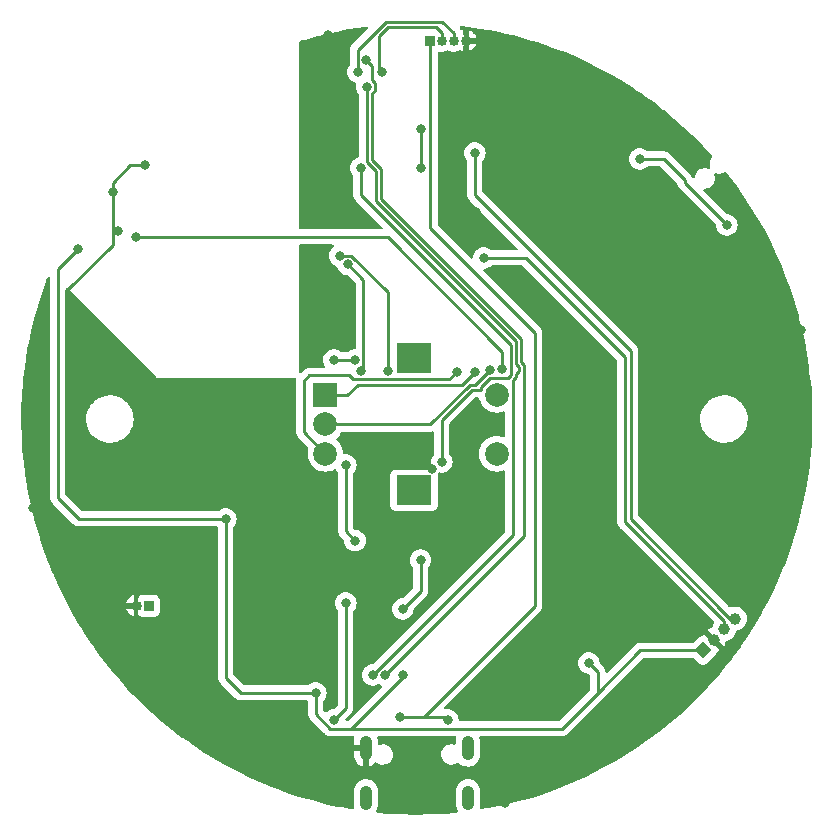
<source format=gbr>
%TF.GenerationSoftware,KiCad,Pcbnew,(6.0.0-0)*%
%TF.CreationDate,2022-03-19T01:27:05+08:00*%
%TF.ProjectId,PCB,5043422e-6b69-4636-9164-5f7063625858,rev?*%
%TF.SameCoordinates,Original*%
%TF.FileFunction,Copper,L2,Bot*%
%TF.FilePolarity,Positive*%
%FSLAX46Y46*%
G04 Gerber Fmt 4.6, Leading zero omitted, Abs format (unit mm)*
G04 Created by KiCad (PCBNEW (6.0.0-0)) date 2022-03-19 01:27:05*
%MOMM*%
%LPD*%
G01*
G04 APERTURE LIST*
G04 Aperture macros list*
%AMHorizOval*
0 Thick line with rounded ends*
0 $1 width*
0 $2 $3 position (X,Y) of the first rounded end (center of the circle)*
0 $4 $5 position (X,Y) of the second rounded end (center of the circle)*
0 Add line between two ends*
20,1,$1,$2,$3,$4,$5,0*
0 Add two circle primitives to create the rounded ends*
1,1,$1,$2,$3*
1,1,$1,$4,$5*%
%AMRotRect*
0 Rectangle, with rotation*
0 The origin of the aperture is its center*
0 $1 length*
0 $2 width*
0 $3 Rotation angle, in degrees counterclockwise*
0 Add horizontal line*
21,1,$1,$2,0,0,$3*%
G04 Aperture macros list end*
%TA.AperFunction,ComponentPad*%
%ADD10R,2.000000X2.000000*%
%TD*%
%TA.AperFunction,ComponentPad*%
%ADD11C,2.000000*%
%TD*%
%TA.AperFunction,ComponentPad*%
%ADD12R,3.000000X2.500000*%
%TD*%
%TA.AperFunction,ComponentPad*%
%ADD13O,1.050000X2.100000*%
%TD*%
%TA.AperFunction,ComponentPad*%
%ADD14O,0.850000X0.850000*%
%TD*%
%TA.AperFunction,ComponentPad*%
%ADD15R,0.850000X0.850000*%
%TD*%
%TA.AperFunction,ComponentPad*%
%ADD16HorizOval,1.000000X0.000000X0.000000X0.000000X0.000000X0*%
%TD*%
%TA.AperFunction,ComponentPad*%
%ADD17RotRect,1.000000X1.000000X135.000000*%
%TD*%
%TA.AperFunction,ViaPad*%
%ADD18C,0.800000*%
%TD*%
%TA.AperFunction,Conductor*%
%ADD19C,0.250000*%
%TD*%
G04 APERTURE END LIST*
D10*
%TO.P,SW3,A,A*%
%TO.N,Net-(R15-Pad2)*%
X92260000Y-97940000D03*
D11*
%TO.P,SW3,B,B*%
%TO.N,Net-(R17-Pad2)*%
X92260000Y-102940000D03*
%TO.P,SW3,C,C*%
%TO.N,Net-(R16-Pad2)*%
X92260000Y-100440000D03*
D12*
%TO.P,SW3,MP*%
%TO.N,N/C*%
X99760000Y-106040000D03*
X99760000Y-94840000D03*
D11*
%TO.P,SW3,S1,S1*%
%TO.N,+3V3*%
X106760000Y-97940000D03*
%TO.P,SW3,S2,S2*%
%TO.N,Net-(R20-Pad1)*%
X106760000Y-102940000D03*
%TD*%
D13*
%TO.P,P1,S4*%
%TO.N,N/C*%
X104320000Y-132050000D03*
%TO.P,P1,S3*%
X95680000Y-132050000D03*
%TO.P,P1,S2*%
X104320000Y-127870000D03*
%TO.P,P1,S1,SHIELD*%
%TO.N,GND*%
X95680000Y-127870000D03*
%TD*%
D14*
%TO.P,J2,2,Pin_2*%
%TO.N,GND*%
X76290000Y-115815000D03*
D15*
%TO.P,J2,1,Pin_1*%
%TO.N,/Li_BAT*%
X77290000Y-115815000D03*
%TD*%
D16*
%TO.P,LCD1,4,Pin_4*%
%TO.N,/LCD_SDA*%
X126920574Y-116889426D03*
%TO.P,LCD1,3,Pin_3*%
%TO.N,/LCD_SCL*%
X126022548Y-117787452D03*
%TO.P,LCD1,2,Pin_2*%
%TO.N,GND*%
X125124523Y-118685477D03*
D17*
%TO.P,LCD1,1,Pin_1*%
%TO.N,+3V3*%
X124226497Y-119583503D03*
%TD*%
D14*
%TO.P,J1,4,Pin_4*%
%TO.N,GND*%
X104116000Y-67967000D03*
%TO.P,J1,3,Pin_3*%
%TO.N,/UART_TX*%
X103116000Y-67967000D03*
%TO.P,J1,2,Pin_2*%
%TO.N,/UART_RX*%
X102116000Y-67967000D03*
D15*
%TO.P,J1,1,Pin_1*%
%TO.N,+5V*%
X101116000Y-67967000D03*
%TD*%
D18*
%TO.N,GND*%
X91500000Y-87000000D03*
X74663000Y-84074000D03*
X74236325Y-80781909D03*
X77000000Y-78500000D03*
X107500000Y-132500000D03*
X92500000Y-67500000D03*
X130000000Y-110000000D03*
X130000000Y-87500000D03*
X132500000Y-92500000D03*
X132500000Y-97500000D03*
X132500000Y-102500000D03*
X125000000Y-102500000D03*
X72500000Y-105000000D03*
X75000000Y-105000000D03*
X77500000Y-105000000D03*
X82500000Y-100000000D03*
X100000000Y-130000000D03*
X85000000Y-112500000D03*
X87500000Y-112500000D03*
X92500000Y-110000000D03*
X105000000Y-110000000D03*
X112500000Y-72500000D03*
X102500000Y-80000000D03*
X105000000Y-82500000D03*
X92500000Y-82500000D03*
X92500000Y-77500000D03*
X87500000Y-97500000D03*
X85000000Y-97500000D03*
X77500000Y-97500000D03*
X75000000Y-97500000D03*
X72500000Y-97500000D03*
X67500000Y-97500000D03*
X67500000Y-100000000D03*
X67500000Y-105000000D03*
X67500000Y-102500000D03*
X67500000Y-107500000D03*
X70000000Y-110000000D03*
X70000000Y-112500000D03*
X72500000Y-115000000D03*
X77500000Y-122500000D03*
X80000000Y-122500000D03*
X82500000Y-125000000D03*
X85000000Y-125000000D03*
X107500000Y-130000000D03*
X115000000Y-127500000D03*
X112500000Y-115000000D03*
X120000000Y-115000000D03*
X117500000Y-115000000D03*
X115000000Y-115000000D03*
X115000000Y-112500000D03*
X115000000Y-110000000D03*
X115000000Y-107500000D03*
X115000000Y-105000000D03*
X115000000Y-102500000D03*
X115000000Y-100000000D03*
X115000000Y-97500000D03*
X122500000Y-107500000D03*
X122500000Y-105000000D03*
X122500000Y-102500000D03*
X122500000Y-97500000D03*
X122500000Y-100000000D03*
X122500000Y-95000000D03*
X122500000Y-92500000D03*
X122500000Y-90000000D03*
X125000000Y-90000000D03*
X120000000Y-90000000D03*
X115000000Y-87500000D03*
X117500000Y-87500000D03*
X120000000Y-87500000D03*
X122500000Y-87500000D03*
X125000000Y-87500000D03*
X125000000Y-85000000D03*
X122500000Y-85000000D03*
X120000000Y-85000000D03*
X120000000Y-85000000D03*
X117500000Y-85000000D03*
X115000000Y-85000000D03*
X112500000Y-85000000D03*
X112500000Y-82500000D03*
X115000000Y-82500000D03*
X115000000Y-80000000D03*
X112500000Y-80000000D03*
%TO.N,/MPU_INT*%
X100330000Y-75438000D03*
X100330000Y-78740000D03*
X102108000Y-103632000D03*
X95250000Y-78740000D03*
%TO.N,GND*%
X101306914Y-104195637D03*
X97282000Y-104648000D03*
X84836000Y-106680000D03*
X79248000Y-110236000D03*
X90678000Y-90678000D03*
X95758000Y-83312000D03*
X105156000Y-75946000D03*
X120904000Y-81026000D03*
%TO.N,/LCD_SCL*%
X105664000Y-86360000D03*
%TO.N,/LCD_SDA*%
X104902000Y-77470000D03*
%TO.N,+3V3*%
X126238000Y-83566000D03*
X118868000Y-77978000D03*
%TO.N,Net-(C11-Pad2)*%
X92964000Y-125476000D03*
X93980000Y-115570000D03*
%TO.N,GND*%
X105031767Y-98736446D03*
X106934000Y-100076000D03*
%TO.N,+3V3*%
X92970000Y-94990000D03*
X94748000Y-94990000D03*
%TO.N,+5V*%
X98552000Y-125222000D03*
X102616000Y-125476000D03*
%TO.N,/LCD_SCL*%
X97536000Y-95912478D03*
X93454009Y-86183084D03*
%TO.N,/LCD_SDA*%
X94144748Y-86905500D03*
X95250000Y-95912478D03*
%TO.N,Net-(C14-Pad2)*%
X76200000Y-84582000D03*
X107245500Y-95769931D03*
%TO.N,/DTR*%
X98806000Y-116078000D03*
X100310000Y-111950000D03*
%TO.N,Net-(R3-Pad1)*%
X96266000Y-121666000D03*
X95758000Y-71882000D03*
%TO.N,Net-(R4-Pad1)*%
X97286299Y-121670299D03*
X95704500Y-69596000D03*
%TO.N,Net-(R15-Pad2)*%
X104902000Y-96012000D03*
%TO.N,Net-(R16-Pad2)*%
X106172000Y-95815500D03*
%TO.N,Net-(R17-Pad2)*%
X103378000Y-96012000D03*
%TO.N,+3V3*%
X91440000Y-123190000D03*
X114554000Y-120650000D03*
X98806000Y-121666000D03*
X83820000Y-108458000D03*
X71295500Y-85598000D03*
%TO.N,/UART_RX*%
X97028000Y-70612000D03*
%TO.N,/UART_TX*%
X94996000Y-70612000D03*
%TO.N,/ESP32_EN*%
X93980000Y-103886000D03*
X94760000Y-110292500D03*
%TD*%
D19*
%TO.N,GND*%
X74236325Y-84263675D02*
X74236325Y-85263675D01*
X74236325Y-80781909D02*
X74236325Y-84263675D01*
X74426000Y-84074000D02*
X74663000Y-84074000D01*
X74236325Y-84263675D02*
X74426000Y-84074000D01*
%TO.N,+3V3*%
X71374000Y-108458000D02*
X69596000Y-106680000D01*
%TO.N,GND*%
X74236325Y-85263675D02*
X70500000Y-89000000D01*
%TO.N,+3V3*%
X69596000Y-106680000D02*
X69596000Y-87297500D01*
X69596000Y-87297500D02*
X71295500Y-85598000D01*
X83820000Y-108458000D02*
X71374000Y-108458000D01*
%TO.N,GND*%
X70500000Y-89000000D02*
X70500000Y-95500000D01*
X70500000Y-95500000D02*
X72500000Y-97500000D01*
X77000000Y-78500000D02*
X75748163Y-78500000D01*
X75748163Y-78500000D02*
X74236325Y-80011838D01*
X74236325Y-80011838D02*
X74236325Y-80781909D01*
%TO.N,Net-(R4-Pad1)*%
X109063022Y-95402182D02*
X109063022Y-109893576D01*
X96207511Y-72457089D02*
X96207511Y-78093775D01*
X95704500Y-69596000D02*
X96207511Y-70099011D01*
X108809022Y-95148182D02*
X109063022Y-95402182D01*
X96678225Y-78564489D02*
X96697909Y-78564489D01*
X109063022Y-109893576D02*
X97286299Y-121670299D01*
X96482501Y-71581901D02*
X96482501Y-72182099D01*
X96207511Y-71306911D02*
X96482501Y-71581901D01*
%TO.N,Net-(R3-Pad1)*%
X108125511Y-109806489D02*
X108125511Y-96697909D01*
X108633511Y-95935909D02*
X108633511Y-95580091D01*
%TO.N,Net-(R4-Pad1)*%
X108809022Y-93187318D02*
X108809022Y-95148182D01*
%TO.N,Net-(R3-Pad1)*%
X95758000Y-78251684D02*
X95758000Y-71882000D01*
%TO.N,Net-(R4-Pad1)*%
X96207511Y-70099011D02*
X96207511Y-71306911D01*
%TO.N,Net-(R3-Pad1)*%
X108379511Y-95328489D02*
X108379511Y-93393511D01*
%TO.N,Net-(R4-Pad1)*%
X96207511Y-78093775D02*
X96678225Y-78564489D01*
X96482501Y-72182099D02*
X96207511Y-72457089D01*
X96697909Y-78564489D02*
X96949511Y-78816091D01*
%TO.N,Net-(R3-Pad1)*%
X108379511Y-96443909D02*
X108379511Y-96189909D01*
%TO.N,Net-(R4-Pad1)*%
X96949511Y-81327807D02*
X108809022Y-93187318D01*
%TO.N,Net-(R3-Pad1)*%
X96500316Y-78994000D02*
X95758000Y-78251684D01*
X108125511Y-96697909D02*
X108379511Y-96443909D01*
X108379511Y-96189909D02*
X108633511Y-95935909D01*
%TO.N,Net-(R4-Pad1)*%
X96949511Y-78816091D02*
X96949511Y-81327807D01*
%TO.N,Net-(R3-Pad1)*%
X108633511Y-95580091D02*
X108381909Y-95328489D01*
X96266000Y-121666000D02*
X108125511Y-109806489D01*
X108381909Y-95328489D02*
X108379511Y-95328489D01*
X108379511Y-93393511D02*
X96520000Y-81534000D01*
X96520000Y-81534000D02*
X96520000Y-78994000D01*
X96520000Y-78994000D02*
X96500316Y-78994000D01*
%TO.N,/MPU_INT*%
X100330000Y-75438000D02*
X100330000Y-78740000D01*
%TO.N,Net-(R16-Pad2)*%
X92260000Y-100440000D02*
X101136580Y-100440000D01*
%TO.N,/MPU_INT*%
X105410000Y-97282000D02*
X106172000Y-96520000D01*
X107950000Y-96266000D02*
X107950000Y-96012000D01*
%TO.N,Net-(C14-Pad2)*%
X107245500Y-94291500D02*
X107245500Y-95769931D01*
%TO.N,/MPU_INT*%
X107950000Y-96012000D02*
X107950000Y-93726000D01*
%TO.N,Net-(C14-Pad2)*%
X76200000Y-84582000D02*
X97536000Y-84582000D01*
%TO.N,/MPU_INT*%
X104648000Y-97536000D02*
X105410000Y-97536000D01*
%TO.N,GND*%
X106371321Y-100076000D02*
X105031767Y-98736446D01*
%TO.N,Net-(C14-Pad2)*%
X97536000Y-84582000D02*
X107245500Y-94291500D01*
%TO.N,Net-(R16-Pad2)*%
X104470091Y-97106489D02*
X104881011Y-97106489D01*
X101136580Y-100440000D02*
X104470091Y-97106489D01*
%TO.N,/MPU_INT*%
X105410000Y-97536000D02*
X105410000Y-97282000D01*
X102108000Y-100076000D02*
X104140000Y-98044000D01*
%TO.N,Net-(R16-Pad2)*%
X104881011Y-97106489D02*
X106172000Y-95815500D01*
%TO.N,/MPU_INT*%
X106172000Y-96520000D02*
X107696000Y-96520000D01*
X104140000Y-98044000D02*
X104648000Y-97536000D01*
%TO.N,GND*%
X106934000Y-100076000D02*
X106371321Y-100076000D01*
%TO.N,/MPU_INT*%
X107950000Y-93726000D02*
X106934000Y-92710000D01*
X102108000Y-103632000D02*
X102108000Y-100076000D01*
X106934000Y-92710000D02*
X95250000Y-81026000D01*
X107696000Y-96520000D02*
X107950000Y-96266000D01*
X95250000Y-81026000D02*
X95250000Y-78740000D01*
%TO.N,Net-(R17-Pad2)*%
X90424000Y-96774000D02*
X90885901Y-96312099D01*
%TO.N,/LCD_SCL*%
X94444847Y-86180999D02*
X97536000Y-89272152D01*
%TO.N,Net-(R17-Pad2)*%
X92260000Y-102940000D02*
X90424000Y-101104000D01*
%TO.N,/LCD_SCL*%
X93454009Y-86183084D02*
X93456094Y-86180999D01*
%TO.N,Net-(R17-Pad2)*%
X90885901Y-96312099D02*
X94280099Y-96312099D01*
%TO.N,/LCD_SDA*%
X95472501Y-88233253D02*
X95472501Y-95689977D01*
%TO.N,/LCD_SCL*%
X93456094Y-86180999D02*
X94444847Y-86180999D01*
%TO.N,/LCD_SDA*%
X95472501Y-95689977D02*
X95250000Y-95912478D01*
X94144748Y-86905500D02*
X95472501Y-88233253D01*
%TO.N,/LCD_SCL*%
X97536000Y-89272152D02*
X97536000Y-95912478D01*
%TO.N,Net-(R17-Pad2)*%
X90424000Y-101104000D02*
X90424000Y-96774000D01*
X94280099Y-96312099D02*
X94604978Y-96636978D01*
X102753022Y-96636978D02*
X103378000Y-96012000D01*
X94604978Y-96636978D02*
X102753022Y-96636978D01*
%TO.N,/LCD_SDA*%
X126920574Y-116889426D02*
X126541426Y-116889426D01*
X126541426Y-116889426D02*
X118110000Y-108458000D01*
X118110000Y-108458000D02*
X118110000Y-94234000D01*
X118110000Y-94234000D02*
X104902000Y-81026000D01*
X104902000Y-81026000D02*
X104902000Y-77470000D01*
%TO.N,/LCD_SCL*%
X126022548Y-117787452D02*
X126022548Y-117132548D01*
X117602000Y-108712000D02*
X117602000Y-94742000D01*
X126022548Y-117132548D02*
X117602000Y-108712000D01*
X117602000Y-94742000D02*
X109220000Y-86360000D01*
X109220000Y-86360000D02*
X105664000Y-86360000D01*
%TO.N,+3V3*%
X115316000Y-123190000D02*
X118922497Y-119583503D01*
X118922497Y-119583503D02*
X124226497Y-119583503D01*
X126238000Y-83566000D02*
X122682000Y-80010000D01*
X122682000Y-80010000D02*
X122682000Y-79756000D01*
X122682000Y-79756000D02*
X120904000Y-77978000D01*
X120904000Y-77978000D02*
X118868000Y-77978000D01*
X91440000Y-123190000D02*
X91440000Y-124976600D01*
X92663901Y-126200501D02*
X94450501Y-126200501D01*
%TO.N,Net-(C11-Pad2)*%
X93980000Y-124460000D02*
X92964000Y-125476000D01*
X93980000Y-115570000D02*
X93980000Y-124460000D01*
%TO.N,+3V3*%
X91440000Y-124976600D02*
X92663901Y-126200501D01*
X94748000Y-94990000D02*
X92970000Y-94990000D01*
%TO.N,+5V*%
X109982000Y-92710000D02*
X109982000Y-115824000D01*
X102362000Y-125222000D02*
X98552000Y-125222000D01*
X100584000Y-125222000D02*
X98552000Y-125222000D01*
X101116000Y-67967000D02*
X101116000Y-83844000D01*
X109982000Y-115824000D02*
X100584000Y-125222000D01*
X101116000Y-83844000D02*
X109982000Y-92710000D01*
X102616000Y-125476000D02*
X102362000Y-125222000D01*
%TO.N,/DTR*%
X100310000Y-114574000D02*
X100310000Y-111950000D01*
X98806000Y-116078000D02*
X100310000Y-114574000D01*
%TO.N,Net-(R15-Pad2)*%
X95350194Y-97086490D02*
X103827511Y-97086489D01*
X94977807Y-97086489D02*
X95350194Y-97086490D01*
X94124296Y-97940000D02*
X94977807Y-97086489D01*
X92260000Y-97940000D02*
X94124296Y-97940000D01*
X103827511Y-97086489D02*
X104902000Y-96012000D01*
%TO.N,+3V3*%
X115316000Y-123190000D02*
X115316000Y-121412000D01*
X85090000Y-123190000D02*
X91440000Y-123190000D01*
X94450501Y-126200501D02*
X112305499Y-126200501D01*
X83820000Y-108458000D02*
X83820000Y-121920000D01*
X115316000Y-121412000D02*
X114554000Y-120650000D01*
X83820000Y-121920000D02*
X85090000Y-123190000D01*
X112305499Y-126200501D02*
X115316000Y-123190000D01*
X94450501Y-126200501D02*
X98806000Y-121845002D01*
X98806000Y-121845002D02*
X98806000Y-121666000D01*
%TO.N,/UART_RX*%
X97028000Y-70612000D02*
X96774000Y-70358000D01*
X102116000Y-67318000D02*
X102116000Y-67967000D01*
X97536000Y-66802000D02*
X101600000Y-66802000D01*
X96774000Y-67564000D02*
X97536000Y-66802000D01*
X101600000Y-66802000D02*
X102116000Y-67318000D01*
X96774000Y-70358000D02*
X96774000Y-67564000D01*
%TO.N,/UART_TX*%
X102166489Y-66352489D02*
X103116000Y-67302000D01*
X94979999Y-68722297D02*
X97349807Y-66352489D01*
X94979999Y-70595999D02*
X94979999Y-68722297D01*
X103116000Y-67302000D02*
X103116000Y-67967000D01*
X97349807Y-66352489D02*
X102166489Y-66352489D01*
X94996000Y-70612000D02*
X94979999Y-70595999D01*
%TO.N,/ESP32_EN*%
X93980000Y-103886000D02*
X93980000Y-109512500D01*
X93980000Y-109512500D02*
X94760000Y-110292500D01*
%TD*%
%TA.AperFunction,Conductor*%
%TO.N,GND*%
G36*
X103742272Y-66717880D02*
G01*
X104437025Y-66807496D01*
X104832699Y-66858534D01*
X104836834Y-66859137D01*
X105928864Y-67036986D01*
X105932976Y-67037726D01*
X106198088Y-67089979D01*
X107018521Y-67251685D01*
X107022569Y-67252553D01*
X107479003Y-67358349D01*
X108100419Y-67502386D01*
X108104473Y-67503397D01*
X108435195Y-67591704D01*
X109173457Y-67788830D01*
X109177433Y-67789963D01*
X109761964Y-67967000D01*
X110236342Y-68110675D01*
X110240320Y-68111952D01*
X110824978Y-68310417D01*
X111217119Y-68443531D01*
X111288000Y-68467592D01*
X111291927Y-68468998D01*
X112327286Y-68859194D01*
X112331136Y-68860718D01*
X113353006Y-69285036D01*
X113356786Y-69286680D01*
X114363995Y-69744630D01*
X114367755Y-69746416D01*
X115359245Y-70237519D01*
X115362957Y-70239435D01*
X116337550Y-70763102D01*
X116341167Y-70765123D01*
X117297935Y-71320858D01*
X117301497Y-71323007D01*
X118239290Y-71910143D01*
X118242794Y-71912419D01*
X118673157Y-72202156D01*
X119126166Y-72507139D01*
X119160562Y-72530296D01*
X119163982Y-72532681D01*
X120060832Y-73180701D01*
X120064146Y-73183181D01*
X120854745Y-73795328D01*
X120938965Y-73860538D01*
X120942226Y-73863150D01*
X121794126Y-74569156D01*
X121797298Y-74571875D01*
X122567663Y-75254635D01*
X122625300Y-75305718D01*
X122628374Y-75308534D01*
X123325816Y-75969226D01*
X123431606Y-76069442D01*
X123434591Y-76072365D01*
X124212146Y-76859478D01*
X124215033Y-76862499D01*
X124955914Y-77663981D01*
X124987466Y-77727581D01*
X124979625Y-77798143D01*
X124967601Y-77820332D01*
X124882064Y-77946197D01*
X124873916Y-77958186D01*
X124871384Y-77964515D01*
X124871383Y-77964518D01*
X124807181Y-78125034D01*
X124804645Y-78131375D01*
X124774180Y-78315399D01*
X124774537Y-78322215D01*
X124774537Y-78322219D01*
X124779616Y-78419118D01*
X124783943Y-78501671D01*
X124785755Y-78508249D01*
X124785755Y-78508250D01*
X124832719Y-78678756D01*
X124831525Y-78749742D01*
X124792142Y-78808814D01*
X124727074Y-78837217D01*
X124657995Y-78826411D01*
X124648085Y-78821790D01*
X124648084Y-78821790D01*
X124641900Y-78818906D01*
X124459864Y-78778216D01*
X124454141Y-78777896D01*
X124317008Y-78777896D01*
X124178167Y-78792979D01*
X124001381Y-78852474D01*
X123841495Y-78948543D01*
X123705968Y-79076704D01*
X123702133Y-79082347D01*
X123607155Y-79222104D01*
X123601124Y-79230978D01*
X123598592Y-79237307D01*
X123598591Y-79237310D01*
X123544933Y-79371465D01*
X123531853Y-79404167D01*
X123516304Y-79498093D01*
X123485445Y-79562032D01*
X123424917Y-79599137D01*
X123353936Y-79597628D01*
X123295039Y-79557984D01*
X123273438Y-79517267D01*
X123273377Y-79517293D01*
X123273047Y-79516531D01*
X123271001Y-79512674D01*
X123270230Y-79510021D01*
X123268018Y-79502407D01*
X123257707Y-79484972D01*
X123249012Y-79467224D01*
X123241552Y-79448383D01*
X123222545Y-79422221D01*
X123215564Y-79412613D01*
X123209048Y-79402693D01*
X123190580Y-79371465D01*
X123190578Y-79371462D01*
X123186542Y-79364638D01*
X123172221Y-79350317D01*
X123159380Y-79335283D01*
X123152131Y-79325306D01*
X123147472Y-79318893D01*
X123113395Y-79290702D01*
X123104616Y-79282712D01*
X121407652Y-77585747D01*
X121400112Y-77577461D01*
X121396000Y-77570982D01*
X121346348Y-77524356D01*
X121343507Y-77521602D01*
X121323770Y-77501865D01*
X121320573Y-77499385D01*
X121311551Y-77491680D01*
X121285100Y-77466841D01*
X121279321Y-77461414D01*
X121272375Y-77457595D01*
X121272372Y-77457593D01*
X121261566Y-77451652D01*
X121245047Y-77440801D01*
X121239048Y-77436148D01*
X121229041Y-77428386D01*
X121221772Y-77425241D01*
X121221768Y-77425238D01*
X121188463Y-77410826D01*
X121177813Y-77405609D01*
X121139060Y-77384305D01*
X121119437Y-77379267D01*
X121100734Y-77372863D01*
X121089420Y-77367967D01*
X121089419Y-77367967D01*
X121082145Y-77364819D01*
X121074322Y-77363580D01*
X121074312Y-77363577D01*
X121038476Y-77357901D01*
X121026856Y-77355495D01*
X120991711Y-77346472D01*
X120991710Y-77346472D01*
X120984030Y-77344500D01*
X120963776Y-77344500D01*
X120944065Y-77342949D01*
X120931886Y-77341020D01*
X120924057Y-77339780D01*
X120916165Y-77340526D01*
X120880039Y-77343941D01*
X120868181Y-77344500D01*
X119576200Y-77344500D01*
X119508079Y-77324498D01*
X119488853Y-77308157D01*
X119488580Y-77308460D01*
X119483668Y-77304037D01*
X119479253Y-77299134D01*
X119324752Y-77186882D01*
X119318724Y-77184198D01*
X119318722Y-77184197D01*
X119156319Y-77111891D01*
X119156318Y-77111891D01*
X119150288Y-77109206D01*
X119056887Y-77089353D01*
X118969944Y-77070872D01*
X118969939Y-77070872D01*
X118963487Y-77069500D01*
X118772513Y-77069500D01*
X118766061Y-77070872D01*
X118766056Y-77070872D01*
X118679113Y-77089353D01*
X118585712Y-77109206D01*
X118579682Y-77111891D01*
X118579681Y-77111891D01*
X118417278Y-77184197D01*
X118417276Y-77184198D01*
X118411248Y-77186882D01*
X118256747Y-77299134D01*
X118252326Y-77304044D01*
X118252325Y-77304045D01*
X118143203Y-77425238D01*
X118128960Y-77441056D01*
X118033473Y-77606444D01*
X117974458Y-77788072D01*
X117973768Y-77794633D01*
X117973768Y-77794635D01*
X117955913Y-77964518D01*
X117954496Y-77978000D01*
X117955186Y-77984565D01*
X117969858Y-78124158D01*
X117974458Y-78167928D01*
X118033473Y-78349556D01*
X118128960Y-78514944D01*
X118133378Y-78519851D01*
X118133379Y-78519852D01*
X118252325Y-78651955D01*
X118256747Y-78656866D01*
X118327929Y-78708583D01*
X118399252Y-78760402D01*
X118411248Y-78769118D01*
X118417276Y-78771802D01*
X118417278Y-78771803D01*
X118579681Y-78844109D01*
X118585712Y-78846794D01*
X118679113Y-78866647D01*
X118766056Y-78885128D01*
X118766061Y-78885128D01*
X118772513Y-78886500D01*
X118963487Y-78886500D01*
X118969939Y-78885128D01*
X118969944Y-78885128D01*
X119056887Y-78866647D01*
X119150288Y-78846794D01*
X119156319Y-78844109D01*
X119318722Y-78771803D01*
X119318724Y-78771802D01*
X119324752Y-78769118D01*
X119336749Y-78760402D01*
X119467844Y-78665155D01*
X119479253Y-78656866D01*
X119483668Y-78651963D01*
X119488580Y-78647540D01*
X119489705Y-78648789D01*
X119543014Y-78615949D01*
X119576200Y-78611500D01*
X120589406Y-78611500D01*
X120657527Y-78631502D01*
X120678501Y-78648405D01*
X122013174Y-79983078D01*
X122047200Y-80045390D01*
X122050017Y-80068212D01*
X122051327Y-80109889D01*
X122056978Y-80129339D01*
X122060987Y-80148700D01*
X122063526Y-80168797D01*
X122066445Y-80176168D01*
X122066445Y-80176170D01*
X122079804Y-80209912D01*
X122083649Y-80221142D01*
X122095982Y-80263593D01*
X122100015Y-80270412D01*
X122100017Y-80270417D01*
X122106293Y-80281028D01*
X122114988Y-80298776D01*
X122122448Y-80317617D01*
X122127110Y-80324033D01*
X122127110Y-80324034D01*
X122148436Y-80353387D01*
X122154952Y-80363307D01*
X122177458Y-80401362D01*
X122191779Y-80415683D01*
X122204619Y-80430716D01*
X122216528Y-80447107D01*
X122250605Y-80475298D01*
X122259384Y-80483288D01*
X125290878Y-83514782D01*
X125324904Y-83577094D01*
X125327092Y-83590703D01*
X125344458Y-83755928D01*
X125403473Y-83937556D01*
X125406776Y-83943278D01*
X125406777Y-83943279D01*
X125423856Y-83972861D01*
X125498960Y-84102944D01*
X125626747Y-84244866D01*
X125781248Y-84357118D01*
X125787276Y-84359802D01*
X125787278Y-84359803D01*
X125949681Y-84432109D01*
X125955712Y-84434794D01*
X126049112Y-84454647D01*
X126136056Y-84473128D01*
X126136061Y-84473128D01*
X126142513Y-84474500D01*
X126333487Y-84474500D01*
X126339939Y-84473128D01*
X126339944Y-84473128D01*
X126426888Y-84454647D01*
X126520288Y-84434794D01*
X126526319Y-84432109D01*
X126688722Y-84359803D01*
X126688724Y-84359802D01*
X126694752Y-84357118D01*
X126849253Y-84244866D01*
X126977040Y-84102944D01*
X127052144Y-83972861D01*
X127069223Y-83943279D01*
X127069224Y-83943278D01*
X127072527Y-83937556D01*
X127131542Y-83755928D01*
X127151504Y-83566000D01*
X127131542Y-83376072D01*
X127072527Y-83194444D01*
X126977040Y-83029056D01*
X126849253Y-82887134D01*
X126694752Y-82774882D01*
X126688724Y-82772198D01*
X126688722Y-82772197D01*
X126526319Y-82699891D01*
X126526318Y-82699891D01*
X126520288Y-82697206D01*
X126426888Y-82677353D01*
X126339944Y-82658872D01*
X126339939Y-82658872D01*
X126333487Y-82657500D01*
X126277595Y-82657500D01*
X126209474Y-82637498D01*
X126188500Y-82620595D01*
X124277896Y-80709991D01*
X124243870Y-80647679D01*
X124248935Y-80576864D01*
X124291482Y-80520028D01*
X124358002Y-80495217D01*
X124366991Y-80494896D01*
X124410200Y-80494896D01*
X124549041Y-80479813D01*
X124725827Y-80420318D01*
X124885713Y-80324249D01*
X125021240Y-80196088D01*
X125074650Y-80117497D01*
X125122250Y-80047456D01*
X125122251Y-80047454D01*
X125126084Y-80041814D01*
X125135468Y-80018354D01*
X125192819Y-79874966D01*
X125192820Y-79874964D01*
X125195355Y-79868625D01*
X125215651Y-79746029D01*
X125224705Y-79691338D01*
X125224705Y-79691335D01*
X125225820Y-79684601D01*
X125224977Y-79668502D01*
X125216414Y-79505142D01*
X125216057Y-79498329D01*
X125210027Y-79476437D01*
X125167281Y-79321244D01*
X125168475Y-79250258D01*
X125207858Y-79191186D01*
X125272926Y-79162783D01*
X125342006Y-79173589D01*
X125358100Y-79181094D01*
X125540136Y-79221784D01*
X125545859Y-79222104D01*
X125682992Y-79222104D01*
X125821833Y-79207021D01*
X125998619Y-79147526D01*
X126042838Y-79120957D01*
X126111530Y-79103017D01*
X126179017Y-79125063D01*
X126205721Y-79149750D01*
X126384942Y-79371465D01*
X126390754Y-79378655D01*
X126393319Y-79381940D01*
X126765516Y-79874966D01*
X127059925Y-80264951D01*
X127062387Y-80268326D01*
X127699390Y-81173010D01*
X127701738Y-81176466D01*
X128308361Y-82101720D01*
X128310594Y-82105252D01*
X128886219Y-83050130D01*
X128888333Y-83053733D01*
X129432312Y-84017173D01*
X129434306Y-84020845D01*
X129946058Y-85001821D01*
X129947928Y-85005557D01*
X130426851Y-86002912D01*
X130428597Y-86006708D01*
X130720078Y-86669148D01*
X130871598Y-87013502D01*
X130874202Y-87019421D01*
X130875819Y-87023268D01*
X130904598Y-87095039D01*
X131287592Y-88050176D01*
X131289083Y-88054079D01*
X131666596Y-89094110D01*
X131667956Y-89098060D01*
X132010770Y-90150006D01*
X132011997Y-90153993D01*
X132092423Y-90431725D01*
X132319755Y-91216766D01*
X132320844Y-91220775D01*
X132392566Y-91503180D01*
X132593194Y-92293154D01*
X132594155Y-92297220D01*
X132830793Y-93378011D01*
X132831619Y-93382106D01*
X133032296Y-94470160D01*
X133032986Y-94474281D01*
X133197483Y-95568422D01*
X133198035Y-95572564D01*
X133233959Y-95880692D01*
X133324507Y-96657333D01*
X133326159Y-96671506D01*
X133326573Y-96675653D01*
X133413591Y-97722869D01*
X133418194Y-97778270D01*
X133418470Y-97782424D01*
X133428869Y-97991302D01*
X133473482Y-98887466D01*
X133473621Y-98891642D01*
X133482630Y-99434923D01*
X133491771Y-99986150D01*
X133491975Y-99998478D01*
X133491988Y-100001538D01*
X133490274Y-100219776D01*
X133487880Y-100524538D01*
X133487818Y-100527616D01*
X133452267Y-101628302D01*
X133452083Y-101633985D01*
X133451880Y-101638130D01*
X133411854Y-102248817D01*
X133379516Y-102742190D01*
X133379174Y-102746354D01*
X133270247Y-103847391D01*
X133269767Y-103851541D01*
X133158964Y-104687537D01*
X133124392Y-104948376D01*
X133123774Y-104952508D01*
X132942121Y-106043876D01*
X132941367Y-106047986D01*
X132723621Y-107132765D01*
X132722731Y-107136847D01*
X132469143Y-108213799D01*
X132468118Y-108217850D01*
X132265661Y-108965593D01*
X132224482Y-109117683D01*
X132178958Y-109285817D01*
X132177801Y-109289824D01*
X131866894Y-110303594D01*
X131853400Y-110347593D01*
X131852116Y-110351545D01*
X131492808Y-111398018D01*
X131491390Y-111401935D01*
X131138961Y-112327279D01*
X131097590Y-112435902D01*
X131096045Y-112439766D01*
X131006828Y-112652524D01*
X130668180Y-113460107D01*
X130666501Y-113463932D01*
X130205050Y-114469509D01*
X130203245Y-114473277D01*
X130039302Y-114801378D01*
X129770934Y-115338469D01*
X129708692Y-115463034D01*
X129706764Y-115466736D01*
X129246611Y-116316000D01*
X129179689Y-116439511D01*
X129177638Y-116443151D01*
X128618598Y-117397918D01*
X128616428Y-117401488D01*
X128026030Y-118337212D01*
X128023742Y-118340708D01*
X127402646Y-119256342D01*
X127400243Y-119259761D01*
X126749124Y-120154307D01*
X126746610Y-120157644D01*
X126647499Y-120284729D01*
X126068254Y-121027465D01*
X126066194Y-121030106D01*
X126063584Y-121033340D01*
X125625259Y-121558500D01*
X125354620Y-121882755D01*
X125351890Y-121885918D01*
X124615164Y-122711351D01*
X124612332Y-122714421D01*
X124158652Y-123190000D01*
X123848615Y-123515002D01*
X123845694Y-123517964D01*
X123055836Y-124292801D01*
X123052850Y-124295634D01*
X122713425Y-124607206D01*
X122237762Y-125043835D01*
X122234638Y-125046609D01*
X121395177Y-125767386D01*
X121391962Y-125770054D01*
X120529121Y-126462557D01*
X120525820Y-126465118D01*
X119640426Y-127128684D01*
X119637087Y-127131100D01*
X118799016Y-127716834D01*
X118730226Y-127764912D01*
X118726763Y-127767249D01*
X117799339Y-128370676D01*
X117795799Y-128372896D01*
X116848917Y-128945220D01*
X116845306Y-128947321D01*
X115879987Y-129487926D01*
X115876335Y-129489893D01*
X114893531Y-129998242D01*
X114889879Y-130000055D01*
X114316607Y-130272878D01*
X113890801Y-130475521D01*
X113886999Y-130477254D01*
X112872721Y-130919328D01*
X112868864Y-130920933D01*
X111840528Y-131329117D01*
X111836620Y-131330594D01*
X110795297Y-131704468D01*
X110791341Y-131705815D01*
X109738176Y-132044964D01*
X109734179Y-132046178D01*
X108670392Y-132350209D01*
X108666356Y-132351291D01*
X108304203Y-132441922D01*
X107593001Y-132619904D01*
X107588989Y-132620837D01*
X106507327Y-132853713D01*
X106503229Y-132854524D01*
X105449102Y-133045141D01*
X105378509Y-133037580D01*
X105323210Y-132993054D01*
X105300763Y-132925699D01*
X105306579Y-132883056D01*
X105335807Y-132790916D01*
X105336739Y-132782615D01*
X105353107Y-132636683D01*
X105353500Y-132633183D01*
X105353500Y-131473996D01*
X105338723Y-131323287D01*
X105280142Y-131129258D01*
X105184990Y-130950302D01*
X105056890Y-130793237D01*
X105039874Y-130779160D01*
X104905472Y-130667973D01*
X104905469Y-130667971D01*
X104900722Y-130664044D01*
X104722435Y-130567644D01*
X104625628Y-130537677D01*
X104534707Y-130509532D01*
X104534704Y-130509531D01*
X104528820Y-130507710D01*
X104522695Y-130507066D01*
X104522694Y-130507066D01*
X104333378Y-130487168D01*
X104333377Y-130487168D01*
X104327250Y-130486524D01*
X104243986Y-130494102D01*
X104131543Y-130504335D01*
X104131540Y-130504336D01*
X104125404Y-130504894D01*
X104119498Y-130506632D01*
X104119494Y-130506633D01*
X103978091Y-130548251D01*
X103930971Y-130562119D01*
X103925514Y-130564972D01*
X103925511Y-130564973D01*
X103841163Y-130609069D01*
X103751355Y-130656019D01*
X103593399Y-130783019D01*
X103463119Y-130938281D01*
X103460155Y-130943673D01*
X103460152Y-130943677D01*
X103459136Y-130945526D01*
X103365477Y-131115891D01*
X103304193Y-131309084D01*
X103303507Y-131315201D01*
X103303506Y-131315205D01*
X103301946Y-131329117D01*
X103286500Y-131466817D01*
X103286500Y-132626004D01*
X103301277Y-132776713D01*
X103359858Y-132970742D01*
X103362749Y-132976179D01*
X103362753Y-132976189D01*
X103448510Y-133137474D01*
X103462830Y-133207011D01*
X103437282Y-133273252D01*
X103379978Y-133315164D01*
X103351413Y-133321829D01*
X103212158Y-133337572D01*
X103208000Y-133337973D01*
X102367330Y-133404874D01*
X102105047Y-133425746D01*
X102100887Y-133426008D01*
X102005387Y-133430428D01*
X100995670Y-133477162D01*
X100991493Y-133477286D01*
X99885198Y-133491768D01*
X99881020Y-133491754D01*
X98774821Y-133469549D01*
X98770646Y-133469396D01*
X97665786Y-133410525D01*
X97661618Y-133410233D01*
X96650334Y-133322647D01*
X96584193Y-133296842D01*
X96542503Y-133239375D01*
X96538501Y-133168491D01*
X96550792Y-133136416D01*
X96631553Y-132989514D01*
X96631558Y-132989502D01*
X96634523Y-132984109D01*
X96695807Y-132790916D01*
X96696739Y-132782615D01*
X96713107Y-132636683D01*
X96713500Y-132633183D01*
X96713500Y-131473996D01*
X96698723Y-131323287D01*
X96640142Y-131129258D01*
X96544990Y-130950302D01*
X96416890Y-130793237D01*
X96399874Y-130779160D01*
X96265472Y-130667973D01*
X96265469Y-130667971D01*
X96260722Y-130664044D01*
X96082435Y-130567644D01*
X95985628Y-130537677D01*
X95894707Y-130509532D01*
X95894704Y-130509531D01*
X95888820Y-130507710D01*
X95882695Y-130507066D01*
X95882694Y-130507066D01*
X95693378Y-130487168D01*
X95693377Y-130487168D01*
X95687250Y-130486524D01*
X95603986Y-130494102D01*
X95491543Y-130504335D01*
X95491540Y-130504336D01*
X95485404Y-130504894D01*
X95479498Y-130506632D01*
X95479494Y-130506633D01*
X95338091Y-130548251D01*
X95290971Y-130562119D01*
X95285514Y-130564972D01*
X95285511Y-130564973D01*
X95201163Y-130609069D01*
X95111355Y-130656019D01*
X94953399Y-130783019D01*
X94823119Y-130938281D01*
X94820155Y-130943673D01*
X94820152Y-130943677D01*
X94819136Y-130945526D01*
X94725477Y-131115891D01*
X94664193Y-131309084D01*
X94663507Y-131315201D01*
X94663506Y-131315205D01*
X94661946Y-131329117D01*
X94646500Y-131466817D01*
X94646500Y-132626004D01*
X94661277Y-132776713D01*
X94663059Y-132782615D01*
X94693206Y-132882467D01*
X94693747Y-132953462D01*
X94655819Y-133013478D01*
X94591465Y-133043462D01*
X94553417Y-133043419D01*
X94359021Y-133013499D01*
X94354902Y-133012795D01*
X93661847Y-132882467D01*
X93267513Y-132808313D01*
X93263449Y-132807478D01*
X92496213Y-132636683D01*
X92183493Y-132567068D01*
X92179431Y-132566093D01*
X91108032Y-132290008D01*
X91104004Y-132288899D01*
X90042319Y-131977435D01*
X90038329Y-131976192D01*
X88987576Y-131629705D01*
X88983631Y-131628331D01*
X88376148Y-131405423D01*
X87944933Y-131247194D01*
X87941071Y-131245704D01*
X86915543Y-130830323D01*
X86911726Y-130828702D01*
X85900585Y-130379569D01*
X85896795Y-130377810D01*
X84901081Y-129895391D01*
X84897352Y-129893507D01*
X83918216Y-129378358D01*
X83914551Y-129376352D01*
X82953007Y-128829009D01*
X82949410Y-128826882D01*
X82324018Y-128442890D01*
X94647000Y-128442890D01*
X94647300Y-128449035D01*
X94661170Y-128590481D01*
X94663553Y-128602519D01*
X94718542Y-128784651D01*
X94723217Y-128795993D01*
X94812535Y-128963977D01*
X94819322Y-128974193D01*
X94939572Y-129121634D01*
X94948216Y-129130338D01*
X95094809Y-129251610D01*
X95104980Y-129258470D01*
X95272342Y-129348962D01*
X95283647Y-129353714D01*
X95408692Y-129392422D01*
X95422795Y-129392628D01*
X95426000Y-129385873D01*
X95426000Y-128142115D01*
X95421525Y-128126876D01*
X95420135Y-128125671D01*
X95412452Y-128124000D01*
X94665115Y-128124000D01*
X94649876Y-128128475D01*
X94648671Y-128129865D01*
X94647000Y-128137548D01*
X94647000Y-128442890D01*
X82324018Y-128442890D01*
X82006529Y-128247951D01*
X82003006Y-128245706D01*
X81885036Y-128167771D01*
X81079887Y-127635865D01*
X81076439Y-127633505D01*
X80597819Y-127293996D01*
X80173977Y-126993343D01*
X80170618Y-126990875D01*
X80153599Y-126977933D01*
X79810569Y-126717087D01*
X79289938Y-126321190D01*
X79286655Y-126318607D01*
X78428619Y-125620057D01*
X78425423Y-125617365D01*
X77826648Y-125095939D01*
X77591061Y-124890785D01*
X77587961Y-124887994D01*
X77582139Y-124882574D01*
X76778102Y-124134109D01*
X76775097Y-124131217D01*
X76704719Y-124061206D01*
X75990719Y-123350935D01*
X75987806Y-123347940D01*
X75495618Y-122824729D01*
X75229697Y-122542047D01*
X75226899Y-122538972D01*
X75224433Y-122536169D01*
X74495936Y-121708397D01*
X74493230Y-121705217D01*
X74466362Y-121672565D01*
X73790180Y-120850830D01*
X73787647Y-120847645D01*
X73113300Y-119970407D01*
X73110835Y-119967088D01*
X72465962Y-119067997D01*
X72463584Y-119064562D01*
X72352296Y-118898007D01*
X72008391Y-118383317D01*
X71848899Y-118144621D01*
X71846636Y-118141109D01*
X71645026Y-117816578D01*
X71262790Y-117201295D01*
X71260652Y-117197723D01*
X71259511Y-117195742D01*
X70708268Y-116239033D01*
X70706254Y-116235400D01*
X70704204Y-116231551D01*
X70623453Y-116080000D01*
X75395090Y-116080000D01*
X75430927Y-116190296D01*
X75436267Y-116202291D01*
X75527730Y-116360709D01*
X75535446Y-116371328D01*
X75657843Y-116507265D01*
X75667606Y-116516056D01*
X75815588Y-116623571D01*
X75826960Y-116630137D01*
X75994068Y-116704538D01*
X76006556Y-116708595D01*
X76018280Y-116711088D01*
X76032341Y-116710015D01*
X76036000Y-116700059D01*
X76036000Y-116288134D01*
X76356500Y-116288134D01*
X76363255Y-116350316D01*
X76414385Y-116486705D01*
X76501739Y-116603261D01*
X76507518Y-116607592D01*
X76541121Y-116669130D01*
X76544000Y-116695913D01*
X76544000Y-116696739D01*
X76547973Y-116710270D01*
X76558468Y-116711779D01*
X76573448Y-116708595D01*
X76581258Y-116706057D01*
X76652226Y-116704030D01*
X76664424Y-116707908D01*
X76754684Y-116741745D01*
X76816866Y-116748500D01*
X77763134Y-116748500D01*
X77825316Y-116741745D01*
X77961705Y-116690615D01*
X78078261Y-116603261D01*
X78165615Y-116486705D01*
X78216745Y-116350316D01*
X78223500Y-116288134D01*
X78223500Y-115341866D01*
X78216745Y-115279684D01*
X78165615Y-115143295D01*
X78078261Y-115026739D01*
X77961705Y-114939385D01*
X77825316Y-114888255D01*
X77763134Y-114881500D01*
X76816866Y-114881500D01*
X76754684Y-114888255D01*
X76709201Y-114905306D01*
X76664424Y-114922092D01*
X76593616Y-114927275D01*
X76581258Y-114923943D01*
X76573448Y-114921405D01*
X76561720Y-114918912D01*
X76547659Y-114919985D01*
X76544000Y-114929941D01*
X76544000Y-114934087D01*
X76523998Y-115002208D01*
X76508025Y-115022028D01*
X76501739Y-115026739D01*
X76414385Y-115143295D01*
X76363255Y-115279684D01*
X76356500Y-115341866D01*
X76356500Y-116288134D01*
X76036000Y-116288134D01*
X76036000Y-116087115D01*
X76031525Y-116071876D01*
X76030135Y-116070671D01*
X76022452Y-116069000D01*
X75409631Y-116069000D01*
X75396100Y-116072973D01*
X75395090Y-116080000D01*
X70623453Y-116080000D01*
X70345246Y-115557868D01*
X75396712Y-115557868D01*
X75403083Y-115561000D01*
X76017885Y-115561000D01*
X76033124Y-115556525D01*
X76034329Y-115555135D01*
X76036000Y-115547452D01*
X76036000Y-114933261D01*
X76032027Y-114919730D01*
X76021532Y-114918221D01*
X76006556Y-114921405D01*
X75994068Y-114925462D01*
X75826961Y-114999863D01*
X75815589Y-115006429D01*
X75667606Y-115113944D01*
X75657843Y-115122735D01*
X75535446Y-115258672D01*
X75527730Y-115269291D01*
X75436267Y-115427709D01*
X75430927Y-115439704D01*
X75397115Y-115543768D01*
X75396712Y-115557868D01*
X70345246Y-115557868D01*
X70185974Y-115258951D01*
X70184071Y-115255232D01*
X69696456Y-114262082D01*
X69694677Y-114258302D01*
X69421302Y-113651431D01*
X69240242Y-113249493D01*
X69238600Y-113245680D01*
X69062345Y-112816990D01*
X68817860Y-112222352D01*
X68816344Y-112218483D01*
X68784605Y-112133365D01*
X68511137Y-111399992D01*
X68429786Y-111181829D01*
X68428391Y-111177891D01*
X68202256Y-110504002D01*
X68076391Y-110128919D01*
X68075135Y-110124957D01*
X68070404Y-110109135D01*
X67887844Y-109498697D01*
X67758131Y-109064965D01*
X67757000Y-109060943D01*
X67598258Y-108458000D01*
X67475289Y-107990932D01*
X67474309Y-107986936D01*
X67228244Y-106908238D01*
X67227383Y-106904155D01*
X67017213Y-105817859D01*
X67016488Y-105813744D01*
X66878980Y-104950433D01*
X66842455Y-104721118D01*
X66841869Y-104717002D01*
X66838174Y-104687540D01*
X66704155Y-103619177D01*
X66703704Y-103615025D01*
X66670597Y-103254721D01*
X66602468Y-102513277D01*
X66602155Y-102509125D01*
X66600288Y-102477218D01*
X66537500Y-101404579D01*
X66537325Y-101400410D01*
X66509328Y-100294344D01*
X66509292Y-100290166D01*
X66517982Y-99183808D01*
X66518084Y-99179632D01*
X66563450Y-98074171D01*
X66563690Y-98069999D01*
X66645686Y-96966608D01*
X66646065Y-96962447D01*
X66764597Y-95862399D01*
X66765114Y-95858253D01*
X66783237Y-95730115D01*
X66920051Y-94762756D01*
X66920700Y-94758654D01*
X67111882Y-93668850D01*
X67112667Y-93664773D01*
X67139169Y-93538469D01*
X67339877Y-92581906D01*
X67340797Y-92577857D01*
X67347320Y-92551203D01*
X67603769Y-91503180D01*
X67604829Y-91499138D01*
X67903299Y-90433727D01*
X67904493Y-90429723D01*
X68238117Y-89374815D01*
X68239443Y-89370853D01*
X68607853Y-88327604D01*
X68609309Y-88323688D01*
X68715458Y-88052131D01*
X68719147Y-88042692D01*
X68762576Y-87986528D01*
X68829476Y-87962760D01*
X68898606Y-87978934D01*
X68948018Y-88029914D01*
X68962500Y-88088564D01*
X68962500Y-106601233D01*
X68961973Y-106612416D01*
X68960298Y-106619909D01*
X68960547Y-106627835D01*
X68960547Y-106627836D01*
X68962438Y-106687986D01*
X68962500Y-106691945D01*
X68962500Y-106719856D01*
X68962997Y-106723790D01*
X68962997Y-106723791D01*
X68963005Y-106723856D01*
X68963938Y-106735693D01*
X68965327Y-106779889D01*
X68970978Y-106799339D01*
X68974987Y-106818700D01*
X68977526Y-106838797D01*
X68980445Y-106846168D01*
X68980445Y-106846170D01*
X68993804Y-106879912D01*
X68997649Y-106891142D01*
X69009982Y-106933593D01*
X69014015Y-106940412D01*
X69014017Y-106940417D01*
X69020293Y-106951028D01*
X69028988Y-106968776D01*
X69036448Y-106987617D01*
X69041110Y-106994033D01*
X69041110Y-106994034D01*
X69062436Y-107023387D01*
X69068952Y-107033307D01*
X69091458Y-107071362D01*
X69105779Y-107085683D01*
X69118619Y-107100716D01*
X69130528Y-107117107D01*
X69136634Y-107122158D01*
X69164605Y-107145298D01*
X69173384Y-107153288D01*
X70870343Y-108850247D01*
X70877887Y-108858537D01*
X70882000Y-108865018D01*
X70887777Y-108870443D01*
X70931667Y-108911658D01*
X70934509Y-108914413D01*
X70954231Y-108934135D01*
X70957373Y-108936572D01*
X70957433Y-108936619D01*
X70966445Y-108944317D01*
X70989102Y-108965593D01*
X70998679Y-108974586D01*
X71005622Y-108978403D01*
X71016431Y-108984345D01*
X71032953Y-108995198D01*
X71048959Y-109007614D01*
X71056237Y-109010764D01*
X71056238Y-109010764D01*
X71089537Y-109025174D01*
X71100187Y-109030391D01*
X71138940Y-109051695D01*
X71146615Y-109053666D01*
X71146616Y-109053666D01*
X71158562Y-109056733D01*
X71177266Y-109063137D01*
X71181491Y-109064965D01*
X71195855Y-109071181D01*
X71203678Y-109072420D01*
X71203688Y-109072423D01*
X71239524Y-109078099D01*
X71251144Y-109080505D01*
X71286289Y-109089528D01*
X71293970Y-109091500D01*
X71314224Y-109091500D01*
X71333934Y-109093051D01*
X71353943Y-109096220D01*
X71361835Y-109095474D01*
X71397961Y-109092059D01*
X71409819Y-109091500D01*
X83060500Y-109091500D01*
X83128621Y-109111502D01*
X83175114Y-109165158D01*
X83186500Y-109217500D01*
X83186500Y-121841233D01*
X83185973Y-121852416D01*
X83184298Y-121859909D01*
X83184547Y-121867835D01*
X83184547Y-121867836D01*
X83186438Y-121927986D01*
X83186500Y-121931945D01*
X83186500Y-121959856D01*
X83186997Y-121963790D01*
X83186997Y-121963791D01*
X83187005Y-121963856D01*
X83187938Y-121975693D01*
X83189327Y-122019889D01*
X83192634Y-122031271D01*
X83194978Y-122039339D01*
X83198987Y-122058700D01*
X83201526Y-122078797D01*
X83204445Y-122086168D01*
X83204445Y-122086170D01*
X83217804Y-122119912D01*
X83221649Y-122131142D01*
X83233982Y-122173593D01*
X83238015Y-122180412D01*
X83238017Y-122180417D01*
X83244293Y-122191028D01*
X83252988Y-122208776D01*
X83260448Y-122227617D01*
X83265110Y-122234033D01*
X83265110Y-122234034D01*
X83286436Y-122263387D01*
X83292952Y-122273307D01*
X83315458Y-122311362D01*
X83329779Y-122325683D01*
X83342619Y-122340716D01*
X83354528Y-122357107D01*
X83388605Y-122385298D01*
X83397384Y-122393288D01*
X84586343Y-123582247D01*
X84593887Y-123590537D01*
X84598000Y-123597018D01*
X84603777Y-123602443D01*
X84647667Y-123643658D01*
X84650509Y-123646413D01*
X84670230Y-123666134D01*
X84673425Y-123668612D01*
X84682447Y-123676318D01*
X84714679Y-123706586D01*
X84721628Y-123710406D01*
X84732432Y-123716346D01*
X84748956Y-123727199D01*
X84764959Y-123739613D01*
X84805543Y-123757176D01*
X84816173Y-123762383D01*
X84854940Y-123783695D01*
X84862617Y-123785666D01*
X84862622Y-123785668D01*
X84874558Y-123788732D01*
X84893266Y-123795137D01*
X84911855Y-123803181D01*
X84919683Y-123804421D01*
X84919690Y-123804423D01*
X84955524Y-123810099D01*
X84967144Y-123812505D01*
X85002289Y-123821528D01*
X85009970Y-123823500D01*
X85030224Y-123823500D01*
X85049934Y-123825051D01*
X85069943Y-123828220D01*
X85077835Y-123827474D01*
X85113961Y-123824059D01*
X85125819Y-123823500D01*
X90680500Y-123823500D01*
X90748621Y-123843502D01*
X90795114Y-123897158D01*
X90806500Y-123949500D01*
X90806500Y-124897833D01*
X90805973Y-124909016D01*
X90804298Y-124916509D01*
X90804547Y-124924435D01*
X90804547Y-124924436D01*
X90806438Y-124984586D01*
X90806500Y-124988545D01*
X90806500Y-125016456D01*
X90806997Y-125020390D01*
X90806997Y-125020391D01*
X90807005Y-125020456D01*
X90807938Y-125032293D01*
X90809327Y-125076489D01*
X90814978Y-125095939D01*
X90818987Y-125115300D01*
X90821526Y-125135397D01*
X90824445Y-125142768D01*
X90824445Y-125142770D01*
X90837804Y-125176512D01*
X90841649Y-125187742D01*
X90851602Y-125222000D01*
X90853982Y-125230193D01*
X90858015Y-125237012D01*
X90858017Y-125237017D01*
X90864293Y-125247628D01*
X90872988Y-125265376D01*
X90880448Y-125284217D01*
X90885110Y-125290633D01*
X90885110Y-125290634D01*
X90906436Y-125319987D01*
X90912952Y-125329907D01*
X90929856Y-125358489D01*
X90935458Y-125367962D01*
X90949779Y-125382283D01*
X90962619Y-125397316D01*
X90974528Y-125413707D01*
X90980634Y-125418758D01*
X91008605Y-125441898D01*
X91017384Y-125449888D01*
X92160244Y-126592748D01*
X92167788Y-126601038D01*
X92171901Y-126607519D01*
X92177678Y-126612944D01*
X92221568Y-126654159D01*
X92224410Y-126656914D01*
X92244131Y-126676635D01*
X92247326Y-126679113D01*
X92256348Y-126686819D01*
X92288580Y-126717087D01*
X92295529Y-126720907D01*
X92306333Y-126726847D01*
X92322857Y-126737700D01*
X92338860Y-126750114D01*
X92379444Y-126767677D01*
X92390074Y-126772884D01*
X92428841Y-126794196D01*
X92436518Y-126796167D01*
X92436523Y-126796169D01*
X92448459Y-126799233D01*
X92467167Y-126805638D01*
X92485756Y-126813682D01*
X92493581Y-126814921D01*
X92493583Y-126814922D01*
X92529420Y-126820598D01*
X92541041Y-126823005D01*
X92572860Y-126831174D01*
X92583871Y-126834001D01*
X92604132Y-126834001D01*
X92623841Y-126835552D01*
X92643844Y-126838720D01*
X92651736Y-126837974D01*
X92656963Y-126837480D01*
X92687855Y-126834560D01*
X92699712Y-126834001D01*
X94371734Y-126834001D01*
X94382917Y-126834528D01*
X94390410Y-126836203D01*
X94398336Y-126835954D01*
X94398337Y-126835954D01*
X94458487Y-126834063D01*
X94462446Y-126834001D01*
X94586166Y-126834001D01*
X94654287Y-126854003D01*
X94700780Y-126907659D01*
X94710884Y-126977933D01*
X94706268Y-126998099D01*
X94666548Y-127123314D01*
X94663998Y-127135309D01*
X94647393Y-127283350D01*
X94647000Y-127290374D01*
X94647000Y-127597885D01*
X94651475Y-127613124D01*
X94652865Y-127614329D01*
X94660548Y-127616000D01*
X95808000Y-127616000D01*
X95876121Y-127636002D01*
X95922614Y-127689658D01*
X95934000Y-127742000D01*
X95934000Y-129378986D01*
X95937973Y-129392517D01*
X95945768Y-129393637D01*
X96062932Y-129359154D01*
X96074300Y-129354561D01*
X96242911Y-129266414D01*
X96253173Y-129259698D01*
X96401444Y-129140484D01*
X96410210Y-129131901D01*
X96428016Y-129110680D01*
X96487126Y-129071353D01*
X96558113Y-129070227D01*
X96601067Y-129091575D01*
X96662652Y-129138660D01*
X96831704Y-129217490D01*
X97013740Y-129258180D01*
X97019463Y-129258500D01*
X97156596Y-129258500D01*
X97295437Y-129243417D01*
X97472223Y-129183922D01*
X97632109Y-129087853D01*
X97767636Y-128959692D01*
X97777471Y-128945220D01*
X97868646Y-128811060D01*
X97868647Y-128811058D01*
X97872480Y-128805418D01*
X97880787Y-128784651D01*
X97939215Y-128638570D01*
X97939216Y-128638568D01*
X97941751Y-128632229D01*
X97967436Y-128477079D01*
X97971101Y-128454942D01*
X97971101Y-128454939D01*
X97972216Y-128448205D01*
X97967521Y-128358615D01*
X97962810Y-128268746D01*
X97962453Y-128261933D01*
X97912920Y-128082102D01*
X97825925Y-127917102D01*
X97821520Y-127911889D01*
X97821517Y-127911885D01*
X97709936Y-127779847D01*
X97709932Y-127779843D01*
X97705529Y-127774633D01*
X97700104Y-127770485D01*
X97562769Y-127665484D01*
X97562765Y-127665481D01*
X97557348Y-127661340D01*
X97388296Y-127582510D01*
X97206260Y-127541820D01*
X97200537Y-127541500D01*
X97063404Y-127541500D01*
X96924563Y-127556583D01*
X96895770Y-127566273D01*
X96879189Y-127571853D01*
X96808246Y-127574623D01*
X96747068Y-127538599D01*
X96715077Y-127475219D01*
X96713000Y-127452434D01*
X96713000Y-127297110D01*
X96712700Y-127290965D01*
X96698830Y-127149519D01*
X96696447Y-127137481D01*
X96653858Y-126996419D01*
X96653317Y-126925424D01*
X96691245Y-126865407D01*
X96755600Y-126835424D01*
X96774480Y-126834001D01*
X103225642Y-126834001D01*
X103293763Y-126854003D01*
X103340256Y-126907659D01*
X103350360Y-126977933D01*
X103345746Y-126998092D01*
X103304193Y-127129084D01*
X103303507Y-127135201D01*
X103303506Y-127135205D01*
X103295190Y-127209348D01*
X103286500Y-127286817D01*
X103286500Y-127451659D01*
X103266498Y-127519780D01*
X103212842Y-127566273D01*
X103142568Y-127576377D01*
X103133031Y-127574627D01*
X102991311Y-127542949D01*
X102991307Y-127542948D01*
X102991305Y-127542948D01*
X102986260Y-127541820D01*
X102980537Y-127541500D01*
X102843404Y-127541500D01*
X102704563Y-127556583D01*
X102527777Y-127616078D01*
X102367891Y-127712147D01*
X102232364Y-127840308D01*
X102228529Y-127845951D01*
X102183721Y-127911885D01*
X102127520Y-127994582D01*
X102124988Y-128000911D01*
X102124987Y-128000914D01*
X102060785Y-128161430D01*
X102058249Y-128167771D01*
X102027784Y-128351795D01*
X102028141Y-128358611D01*
X102028141Y-128358615D01*
X102032913Y-128449659D01*
X102037547Y-128538067D01*
X102087080Y-128717898D01*
X102174075Y-128882898D01*
X102178480Y-128888111D01*
X102178483Y-128888115D01*
X102290064Y-129020153D01*
X102290068Y-129020157D01*
X102294471Y-129025367D01*
X102299895Y-129029514D01*
X102299896Y-129029515D01*
X102437231Y-129134516D01*
X102437235Y-129134519D01*
X102442652Y-129138660D01*
X102611704Y-129217490D01*
X102793740Y-129258180D01*
X102799463Y-129258500D01*
X102936596Y-129258500D01*
X103075437Y-129243417D01*
X103252223Y-129183922D01*
X103355888Y-129121634D01*
X103412018Y-129087908D01*
X103480711Y-129069968D01*
X103548198Y-129092015D01*
X103574555Y-129116274D01*
X103583110Y-129126763D01*
X103587857Y-129130690D01*
X103587859Y-129130692D01*
X103734528Y-129252027D01*
X103734531Y-129252029D01*
X103739278Y-129255956D01*
X103917565Y-129352356D01*
X104014372Y-129382323D01*
X104105293Y-129410468D01*
X104105296Y-129410469D01*
X104111180Y-129412290D01*
X104117305Y-129412934D01*
X104117306Y-129412934D01*
X104306622Y-129432832D01*
X104306623Y-129432832D01*
X104312750Y-129433476D01*
X104396014Y-129425898D01*
X104508457Y-129415665D01*
X104508460Y-129415664D01*
X104514596Y-129415106D01*
X104520502Y-129413368D01*
X104520506Y-129413367D01*
X104703120Y-129359620D01*
X104703119Y-129359620D01*
X104709029Y-129357881D01*
X104714486Y-129355028D01*
X104714489Y-129355027D01*
X104798837Y-129310931D01*
X104888645Y-129263981D01*
X104904032Y-129251610D01*
X104950055Y-129214606D01*
X105046601Y-129136981D01*
X105176881Y-128981719D01*
X105179845Y-128976327D01*
X105179848Y-128976323D01*
X105271556Y-128809506D01*
X105274523Y-128804109D01*
X105335807Y-128610916D01*
X105338100Y-128590481D01*
X105344810Y-128530652D01*
X105353500Y-128453183D01*
X105353500Y-127293996D01*
X105338723Y-127143287D01*
X105325632Y-127099928D01*
X105294381Y-126996419D01*
X105293840Y-126925424D01*
X105331768Y-126865408D01*
X105396122Y-126835424D01*
X105415003Y-126834001D01*
X112226732Y-126834001D01*
X112237915Y-126834528D01*
X112245408Y-126836203D01*
X112253334Y-126835954D01*
X112253335Y-126835954D01*
X112313485Y-126834063D01*
X112317444Y-126834001D01*
X112345355Y-126834001D01*
X112349290Y-126833504D01*
X112349355Y-126833496D01*
X112361192Y-126832563D01*
X112393450Y-126831549D01*
X112397469Y-126831423D01*
X112405388Y-126831174D01*
X112424842Y-126825522D01*
X112444199Y-126821514D01*
X112456429Y-126819969D01*
X112456430Y-126819969D01*
X112464296Y-126818975D01*
X112471667Y-126816056D01*
X112471669Y-126816056D01*
X112505411Y-126802697D01*
X112516641Y-126798852D01*
X112551482Y-126788730D01*
X112551483Y-126788730D01*
X112559092Y-126786519D01*
X112565911Y-126782486D01*
X112565916Y-126782484D01*
X112576527Y-126776208D01*
X112594275Y-126767513D01*
X112613116Y-126760053D01*
X112633486Y-126745254D01*
X112648886Y-126734065D01*
X112658806Y-126727549D01*
X112690034Y-126709081D01*
X112690037Y-126709079D01*
X112696861Y-126705043D01*
X112711182Y-126690722D01*
X112726216Y-126677881D01*
X112727931Y-126676635D01*
X112742606Y-126665973D01*
X112770797Y-126631896D01*
X112778787Y-126623117D01*
X115708247Y-123693657D01*
X115716537Y-123686113D01*
X115723018Y-123682000D01*
X115769659Y-123632332D01*
X115772413Y-123629491D01*
X115792134Y-123609770D01*
X119147997Y-120253908D01*
X119210309Y-120219882D01*
X119237092Y-120217003D01*
X123381573Y-120217003D01*
X123449694Y-120237005D01*
X123470668Y-120253908D01*
X123900969Y-120684209D01*
X123903631Y-120686349D01*
X123943559Y-120718453D01*
X123943562Y-120718455D01*
X123949715Y-120723402D01*
X123956903Y-120726670D01*
X124024711Y-120757500D01*
X124082311Y-120783689D01*
X124091194Y-120784961D01*
X124091197Y-120784962D01*
X124217608Y-120803065D01*
X124226497Y-120804338D01*
X124235386Y-120803065D01*
X124361797Y-120784962D01*
X124361800Y-120784961D01*
X124370683Y-120783689D01*
X124428284Y-120757500D01*
X124496091Y-120726670D01*
X124503279Y-120723402D01*
X124509432Y-120718455D01*
X124509435Y-120718453D01*
X124549363Y-120686349D01*
X124552025Y-120684209D01*
X125327203Y-119909031D01*
X125340659Y-119892295D01*
X125361447Y-119866441D01*
X125361449Y-119866438D01*
X125366396Y-119860285D01*
X125426683Y-119727689D01*
X125427955Y-119718804D01*
X125430474Y-119710190D01*
X125432624Y-119710819D01*
X125456940Y-119657493D01*
X125495401Y-119627484D01*
X125620030Y-119564529D01*
X125630314Y-119554884D01*
X125628076Y-119548240D01*
X124267644Y-118187808D01*
X124255264Y-118181048D01*
X124248876Y-118185830D01*
X124196520Y-118281063D01*
X124191688Y-118292337D01*
X124190581Y-118295827D01*
X124189512Y-118297413D01*
X124189261Y-118298000D01*
X124189149Y-118297952D01*
X124150917Y-118354710D01*
X124099252Y-118377617D01*
X124099810Y-118379526D01*
X124091197Y-118382044D01*
X124082311Y-118383317D01*
X123949715Y-118443604D01*
X123943562Y-118448551D01*
X123943559Y-118448553D01*
X123917705Y-118469341D01*
X123900969Y-118482797D01*
X123470668Y-118913098D01*
X123408356Y-118947124D01*
X123381573Y-118950003D01*
X119001264Y-118950003D01*
X118990081Y-118949476D01*
X118982588Y-118947801D01*
X118974662Y-118948050D01*
X118974661Y-118948050D01*
X118914498Y-118949941D01*
X118910540Y-118950003D01*
X118882641Y-118950003D01*
X118878651Y-118950507D01*
X118866817Y-118951439D01*
X118822608Y-118952829D01*
X118814994Y-118955041D01*
X118814989Y-118955042D01*
X118803156Y-118958480D01*
X118783793Y-118962491D01*
X118763700Y-118965029D01*
X118756333Y-118967946D01*
X118756328Y-118967947D01*
X118722589Y-118981305D01*
X118711362Y-118985149D01*
X118668904Y-118997485D01*
X118662078Y-119001522D01*
X118651469Y-119007796D01*
X118633721Y-119016491D01*
X118614880Y-119023951D01*
X118608464Y-119028613D01*
X118608463Y-119028613D01*
X118579110Y-119049939D01*
X118569190Y-119056455D01*
X118537962Y-119074923D01*
X118537959Y-119074925D01*
X118531135Y-119078961D01*
X118516814Y-119093282D01*
X118501781Y-119106122D01*
X118485390Y-119118031D01*
X118480339Y-119124137D01*
X118457199Y-119152108D01*
X118449209Y-119160887D01*
X116163664Y-121446431D01*
X116101352Y-121480457D01*
X116030536Y-121475392D01*
X115973701Y-121432845D01*
X115951266Y-121371934D01*
X115949502Y-121372157D01*
X115948996Y-121368154D01*
X115948063Y-121356311D01*
X115947201Y-121328866D01*
X115946674Y-121312111D01*
X115944462Y-121304497D01*
X115944461Y-121304492D01*
X115941023Y-121292659D01*
X115937012Y-121273295D01*
X115935467Y-121261064D01*
X115934474Y-121253203D01*
X115931557Y-121245836D01*
X115931556Y-121245831D01*
X115918198Y-121212092D01*
X115914354Y-121200865D01*
X115904230Y-121166022D01*
X115902018Y-121158407D01*
X115891707Y-121140972D01*
X115883012Y-121123224D01*
X115875552Y-121104383D01*
X115849564Y-121068613D01*
X115843048Y-121058693D01*
X115824580Y-121027465D01*
X115824578Y-121027462D01*
X115820542Y-121020638D01*
X115806221Y-121006317D01*
X115793380Y-120991283D01*
X115786132Y-120981307D01*
X115781472Y-120974893D01*
X115747401Y-120946707D01*
X115738622Y-120938718D01*
X115501122Y-120701218D01*
X115467096Y-120638906D01*
X115464907Y-120625293D01*
X115448232Y-120466635D01*
X115448232Y-120466633D01*
X115447542Y-120460072D01*
X115388527Y-120278444D01*
X115293040Y-120113056D01*
X115165253Y-119971134D01*
X115010752Y-119858882D01*
X115004724Y-119856198D01*
X115004722Y-119856197D01*
X114842319Y-119783891D01*
X114842318Y-119783891D01*
X114836288Y-119781206D01*
X114742888Y-119761353D01*
X114655944Y-119742872D01*
X114655939Y-119742872D01*
X114649487Y-119741500D01*
X114458513Y-119741500D01*
X114452061Y-119742872D01*
X114452056Y-119742872D01*
X114365112Y-119761353D01*
X114271712Y-119781206D01*
X114265682Y-119783891D01*
X114265681Y-119783891D01*
X114103278Y-119856197D01*
X114103276Y-119856198D01*
X114097248Y-119858882D01*
X113942747Y-119971134D01*
X113814960Y-120113056D01*
X113719473Y-120278444D01*
X113660458Y-120460072D01*
X113640496Y-120650000D01*
X113641186Y-120656565D01*
X113656584Y-120803065D01*
X113660458Y-120839928D01*
X113719473Y-121021556D01*
X113722776Y-121027278D01*
X113722777Y-121027279D01*
X113724409Y-121030106D01*
X113814960Y-121186944D01*
X113819378Y-121191851D01*
X113819379Y-121191852D01*
X113927661Y-121312111D01*
X113942747Y-121328866D01*
X114097248Y-121441118D01*
X114103276Y-121443802D01*
X114103278Y-121443803D01*
X114265681Y-121516109D01*
X114271712Y-121518794D01*
X114365113Y-121538647D01*
X114452056Y-121557128D01*
X114452061Y-121557128D01*
X114458513Y-121558500D01*
X114514405Y-121558500D01*
X114582526Y-121578502D01*
X114603500Y-121595405D01*
X114645595Y-121637500D01*
X114679621Y-121699812D01*
X114682500Y-121726595D01*
X114682500Y-122875405D01*
X114662498Y-122943526D01*
X114645595Y-122964500D01*
X112079999Y-125530096D01*
X112017687Y-125564122D01*
X111990904Y-125567001D01*
X103652520Y-125567001D01*
X103584399Y-125546999D01*
X103537906Y-125493343D01*
X103527210Y-125454172D01*
X103510232Y-125292634D01*
X103510231Y-125292631D01*
X103509542Y-125286072D01*
X103450527Y-125104444D01*
X103355040Y-124939056D01*
X103328602Y-124909693D01*
X103231675Y-124802045D01*
X103231674Y-124802044D01*
X103227253Y-124797134D01*
X103072752Y-124684882D01*
X103066724Y-124682198D01*
X103066722Y-124682197D01*
X102904319Y-124609891D01*
X102904318Y-124609891D01*
X102898288Y-124607206D01*
X102788078Y-124583780D01*
X102717944Y-124568872D01*
X102717939Y-124568872D01*
X102711487Y-124567500D01*
X102520513Y-124567500D01*
X102514053Y-124568873D01*
X102514054Y-124568873D01*
X102446253Y-124583284D01*
X102375463Y-124577882D01*
X102318830Y-124535065D01*
X102294337Y-124468427D01*
X102309758Y-124399126D01*
X102330962Y-124370942D01*
X106248111Y-120453794D01*
X110374253Y-116327652D01*
X110382539Y-116320112D01*
X110389018Y-116316000D01*
X110435644Y-116266348D01*
X110438398Y-116263507D01*
X110458135Y-116243770D01*
X110460615Y-116240573D01*
X110468320Y-116231551D01*
X110498586Y-116199321D01*
X110502405Y-116192375D01*
X110502407Y-116192372D01*
X110508348Y-116181566D01*
X110519199Y-116165047D01*
X110526758Y-116155301D01*
X110531614Y-116149041D01*
X110534759Y-116141772D01*
X110534762Y-116141768D01*
X110549174Y-116108463D01*
X110554391Y-116097813D01*
X110575695Y-116059060D01*
X110580733Y-116039437D01*
X110587137Y-116020734D01*
X110592033Y-116009420D01*
X110592033Y-116009419D01*
X110595181Y-116002145D01*
X110596420Y-115994322D01*
X110596423Y-115994312D01*
X110602099Y-115958476D01*
X110604505Y-115946856D01*
X110613528Y-115911711D01*
X110613528Y-115911710D01*
X110615500Y-115904030D01*
X110615500Y-115883776D01*
X110617051Y-115864065D01*
X110618980Y-115851886D01*
X110620220Y-115844057D01*
X110616059Y-115800038D01*
X110615500Y-115788181D01*
X110615500Y-92788763D01*
X110616027Y-92777579D01*
X110617701Y-92770091D01*
X110615562Y-92702032D01*
X110615500Y-92698075D01*
X110615500Y-92670144D01*
X110614994Y-92666138D01*
X110614061Y-92654292D01*
X110612922Y-92618037D01*
X110612673Y-92610110D01*
X110607022Y-92590658D01*
X110603014Y-92571306D01*
X110601468Y-92559068D01*
X110601467Y-92559066D01*
X110600474Y-92551203D01*
X110584194Y-92510086D01*
X110580359Y-92498885D01*
X110568018Y-92456406D01*
X110563985Y-92449587D01*
X110563983Y-92449582D01*
X110557707Y-92438971D01*
X110549010Y-92421221D01*
X110541552Y-92402383D01*
X110515571Y-92366623D01*
X110509053Y-92356701D01*
X110490578Y-92325460D01*
X110490574Y-92325455D01*
X110486542Y-92318637D01*
X110472218Y-92304313D01*
X110459376Y-92289278D01*
X110447472Y-92272893D01*
X110413406Y-92244711D01*
X110404627Y-92236722D01*
X105651500Y-87483595D01*
X105617474Y-87421283D01*
X105622539Y-87350468D01*
X105665086Y-87293632D01*
X105731606Y-87268821D01*
X105740595Y-87268500D01*
X105759487Y-87268500D01*
X105765939Y-87267128D01*
X105765944Y-87267128D01*
X105852887Y-87248647D01*
X105946288Y-87228794D01*
X105952319Y-87226109D01*
X106114722Y-87153803D01*
X106114724Y-87153802D01*
X106120752Y-87151118D01*
X106197403Y-87095428D01*
X106269914Y-87042745D01*
X106275253Y-87038866D01*
X106279668Y-87033963D01*
X106284580Y-87029540D01*
X106285705Y-87030789D01*
X106339014Y-86997949D01*
X106372200Y-86993500D01*
X108905406Y-86993500D01*
X108973527Y-87013502D01*
X108994501Y-87030405D01*
X116931595Y-94967500D01*
X116965621Y-95029812D01*
X116968500Y-95056595D01*
X116968500Y-108633233D01*
X116967973Y-108644416D01*
X116966298Y-108651909D01*
X116966547Y-108659835D01*
X116966547Y-108659836D01*
X116968438Y-108719986D01*
X116968500Y-108723945D01*
X116968500Y-108751856D01*
X116968997Y-108755790D01*
X116968997Y-108755791D01*
X116969005Y-108755856D01*
X116969938Y-108767693D01*
X116971327Y-108811889D01*
X116974634Y-108823271D01*
X116976978Y-108831339D01*
X116980987Y-108850700D01*
X116983526Y-108870797D01*
X116986445Y-108878168D01*
X116986445Y-108878170D01*
X116999804Y-108911912D01*
X117003649Y-108923142D01*
X117015982Y-108965593D01*
X117020015Y-108972412D01*
X117020017Y-108972417D01*
X117026293Y-108983028D01*
X117034988Y-109000776D01*
X117042448Y-109019617D01*
X117047110Y-109026033D01*
X117047110Y-109026034D01*
X117068436Y-109055387D01*
X117074952Y-109065307D01*
X117092501Y-109094980D01*
X117097458Y-109103362D01*
X117111779Y-109117683D01*
X117124619Y-109132716D01*
X117136528Y-109149107D01*
X117142634Y-109154158D01*
X117170605Y-109177298D01*
X117179384Y-109185288D01*
X125127526Y-117133430D01*
X125161552Y-117195742D01*
X125156487Y-117266557D01*
X125148846Y-117283226D01*
X125091115Y-117388239D01*
X125089254Y-117394106D01*
X125089253Y-117394108D01*
X125064046Y-117473571D01*
X125031313Y-117576758D01*
X125030627Y-117582877D01*
X125029344Y-117588911D01*
X125028092Y-117588645D01*
X125003201Y-117647973D01*
X124944699Y-117688198D01*
X124929052Y-117692236D01*
X124928819Y-117692280D01*
X124751006Y-117744614D01*
X124739631Y-117749209D01*
X124629492Y-117806789D01*
X124619343Y-117816578D01*
X124621797Y-117823541D01*
X125981184Y-119182928D01*
X125993564Y-119189688D01*
X126000298Y-119184647D01*
X126046785Y-119102814D01*
X126051779Y-119091598D01*
X126110282Y-118915730D01*
X126113000Y-118903767D01*
X126114876Y-118888916D01*
X126143257Y-118823839D01*
X126205999Y-118783348D01*
X126245910Y-118772204D01*
X126389011Y-118732250D01*
X126394515Y-118729470D01*
X126394517Y-118729469D01*
X126560043Y-118645856D01*
X126560045Y-118645855D01*
X126565544Y-118643077D01*
X126721395Y-118521313D01*
X126850626Y-118371597D01*
X126948317Y-118199631D01*
X127010745Y-118011965D01*
X127013426Y-117990740D01*
X127041807Y-117925666D01*
X127104548Y-117885176D01*
X127148514Y-117872900D01*
X127287037Y-117834224D01*
X127292541Y-117831444D01*
X127292543Y-117831443D01*
X127458069Y-117747830D01*
X127458071Y-117747829D01*
X127463570Y-117745051D01*
X127619421Y-117623287D01*
X127748652Y-117473571D01*
X127846343Y-117301605D01*
X127908771Y-117113939D01*
X127933559Y-116917721D01*
X127933954Y-116889426D01*
X127914654Y-116692593D01*
X127857490Y-116503257D01*
X127764640Y-116328630D01*
X127679435Y-116224158D01*
X127643534Y-116180139D01*
X127643531Y-116180136D01*
X127639639Y-116175364D01*
X127607820Y-116149041D01*
X127491999Y-116053225D01*
X127491995Y-116053223D01*
X127487249Y-116049296D01*
X127313275Y-115955228D01*
X127124342Y-115896744D01*
X127118217Y-115896100D01*
X127118216Y-115896100D01*
X126933778Y-115876715D01*
X126933776Y-115876715D01*
X126927649Y-115876071D01*
X126864764Y-115881794D01*
X126736825Y-115893437D01*
X126736822Y-115893438D01*
X126730686Y-115893996D01*
X126724776Y-115895736D01*
X126724773Y-115895736D01*
X126579334Y-115938540D01*
X126508338Y-115938584D01*
X126454665Y-115906761D01*
X118780405Y-108232500D01*
X118746379Y-108170188D01*
X118743500Y-108143405D01*
X118743500Y-99978924D01*
X123987418Y-99978924D01*
X123987835Y-99986150D01*
X124003179Y-100252257D01*
X124004004Y-100256462D01*
X124004005Y-100256470D01*
X124032848Y-100403483D01*
X124055889Y-100520923D01*
X124057276Y-100524974D01*
X124075275Y-100577544D01*
X124144573Y-100779950D01*
X124146499Y-100783779D01*
X124260608Y-101010659D01*
X124267591Y-101024544D01*
X124270017Y-101028073D01*
X124270020Y-101028079D01*
X124352341Y-101147856D01*
X124422666Y-101250179D01*
X124425553Y-101253352D01*
X124425554Y-101253353D01*
X124440856Y-101270170D01*
X124606929Y-101452681D01*
X124816969Y-101628302D01*
X124820595Y-101630577D01*
X124820597Y-101630578D01*
X124829362Y-101636076D01*
X125048901Y-101773792D01*
X125052803Y-101775554D01*
X125052807Y-101775556D01*
X125294520Y-101884694D01*
X125294524Y-101884696D01*
X125298432Y-101886460D01*
X125302551Y-101887680D01*
X125556832Y-101963002D01*
X125556837Y-101963003D01*
X125560945Y-101964220D01*
X125565179Y-101964868D01*
X125565184Y-101964869D01*
X125827340Y-102004984D01*
X125827342Y-102004984D01*
X125831582Y-102005633D01*
X125970913Y-102007822D01*
X126101045Y-102009867D01*
X126101051Y-102009867D01*
X126105336Y-102009934D01*
X126377141Y-101977042D01*
X126641967Y-101907566D01*
X126894914Y-101802792D01*
X127131301Y-101664658D01*
X127346754Y-101495722D01*
X127388938Y-101452192D01*
X127504273Y-101333175D01*
X127537286Y-101299108D01*
X127539819Y-101295660D01*
X127539823Y-101295655D01*
X127696834Y-101081909D01*
X127699372Y-101078454D01*
X127712875Y-101053584D01*
X127827962Y-100841621D01*
X127827963Y-100841619D01*
X127830012Y-100837845D01*
X127926789Y-100581732D01*
X127976386Y-100365180D01*
X127986954Y-100319038D01*
X127986955Y-100319034D01*
X127987912Y-100314854D01*
X127990116Y-100290166D01*
X128012031Y-100044616D01*
X128012251Y-100042151D01*
X128012692Y-100000000D01*
X128010964Y-99974653D01*
X127994362Y-99731123D01*
X127994361Y-99731117D01*
X127994070Y-99726846D01*
X127938550Y-99458747D01*
X127847157Y-99200664D01*
X127843662Y-99193891D01*
X127723550Y-98961178D01*
X127723549Y-98961177D01*
X127721585Y-98957371D01*
X127719122Y-98953866D01*
X127566619Y-98736877D01*
X127566614Y-98736871D01*
X127564155Y-98733372D01*
X127417639Y-98575702D01*
X127380703Y-98535954D01*
X127380700Y-98535951D01*
X127377782Y-98532811D01*
X127374466Y-98530097D01*
X127374463Y-98530094D01*
X127169233Y-98362114D01*
X127169226Y-98362109D01*
X127165915Y-98359399D01*
X126932472Y-98216345D01*
X126928555Y-98214626D01*
X126928552Y-98214624D01*
X126818232Y-98166197D01*
X126681775Y-98106297D01*
X126677647Y-98105121D01*
X126677644Y-98105120D01*
X126568996Y-98074171D01*
X126418462Y-98031290D01*
X126414220Y-98030686D01*
X126414214Y-98030685D01*
X126215596Y-98002418D01*
X126147406Y-97992713D01*
X126003671Y-97991961D01*
X125877908Y-97991302D01*
X125877902Y-97991302D01*
X125873622Y-97991280D01*
X125869378Y-97991839D01*
X125869374Y-97991839D01*
X125750397Y-98007503D01*
X125602177Y-98027016D01*
X125598037Y-98028149D01*
X125598035Y-98028149D01*
X125582251Y-98032467D01*
X125338093Y-98099261D01*
X125086257Y-98206678D01*
X124851329Y-98347280D01*
X124847978Y-98349964D01*
X124847976Y-98349966D01*
X124763830Y-98417380D01*
X124637657Y-98518463D01*
X124539035Y-98622389D01*
X124465860Y-98699500D01*
X124449194Y-98717062D01*
X124289428Y-98939400D01*
X124161314Y-99181364D01*
X124132306Y-99260634D01*
X124071428Y-99426993D01*
X124067225Y-99438477D01*
X124008899Y-99705980D01*
X123987418Y-99978924D01*
X118743500Y-99978924D01*
X118743500Y-94312768D01*
X118744027Y-94301585D01*
X118745702Y-94294092D01*
X118743562Y-94226001D01*
X118743500Y-94222044D01*
X118743500Y-94194144D01*
X118742996Y-94190153D01*
X118742063Y-94178311D01*
X118740923Y-94142036D01*
X118740674Y-94134111D01*
X118738462Y-94126497D01*
X118738461Y-94126492D01*
X118735023Y-94114659D01*
X118731012Y-94095295D01*
X118729467Y-94083064D01*
X118728474Y-94075203D01*
X118725557Y-94067836D01*
X118725556Y-94067831D01*
X118712198Y-94034092D01*
X118708354Y-94022865D01*
X118698230Y-93988022D01*
X118696018Y-93980407D01*
X118685707Y-93962972D01*
X118677012Y-93945224D01*
X118669552Y-93926383D01*
X118643564Y-93890613D01*
X118637048Y-93880693D01*
X118618580Y-93849465D01*
X118618578Y-93849462D01*
X118614542Y-93842638D01*
X118600221Y-93828317D01*
X118587380Y-93813283D01*
X118580131Y-93803306D01*
X118575472Y-93796893D01*
X118541395Y-93768702D01*
X118532616Y-93760712D01*
X105572405Y-80800500D01*
X105538379Y-80738188D01*
X105535500Y-80711405D01*
X105535500Y-78172524D01*
X105555502Y-78104403D01*
X105567858Y-78088221D01*
X105641040Y-78006944D01*
X105736527Y-77841556D01*
X105795542Y-77659928D01*
X105804891Y-77570982D01*
X105814814Y-77476565D01*
X105815504Y-77470000D01*
X105801896Y-77340526D01*
X105796232Y-77286635D01*
X105796232Y-77286633D01*
X105795542Y-77280072D01*
X105736527Y-77098444D01*
X105641040Y-76933056D01*
X105513253Y-76791134D01*
X105358752Y-76678882D01*
X105352724Y-76676198D01*
X105352722Y-76676197D01*
X105190319Y-76603891D01*
X105190318Y-76603891D01*
X105184288Y-76601206D01*
X105090887Y-76581353D01*
X105003944Y-76562872D01*
X105003939Y-76562872D01*
X104997487Y-76561500D01*
X104806513Y-76561500D01*
X104800061Y-76562872D01*
X104800056Y-76562872D01*
X104713113Y-76581353D01*
X104619712Y-76601206D01*
X104613682Y-76603891D01*
X104613681Y-76603891D01*
X104451278Y-76676197D01*
X104451276Y-76676198D01*
X104445248Y-76678882D01*
X104290747Y-76791134D01*
X104162960Y-76933056D01*
X104067473Y-77098444D01*
X104008458Y-77280072D01*
X104007768Y-77286633D01*
X104007768Y-77286635D01*
X104002104Y-77340526D01*
X103988496Y-77470000D01*
X103989186Y-77476565D01*
X103999110Y-77570982D01*
X104008458Y-77659928D01*
X104067473Y-77841556D01*
X104162960Y-78006944D01*
X104236137Y-78088215D01*
X104266853Y-78152221D01*
X104268500Y-78172524D01*
X104268500Y-80947233D01*
X104267973Y-80958416D01*
X104266298Y-80965909D01*
X104266547Y-80973835D01*
X104266547Y-80973836D01*
X104268438Y-81033986D01*
X104268500Y-81037945D01*
X104268500Y-81065856D01*
X104268997Y-81069790D01*
X104268997Y-81069791D01*
X104269005Y-81069856D01*
X104269938Y-81081693D01*
X104271327Y-81125889D01*
X104276978Y-81145339D01*
X104280987Y-81164700D01*
X104283526Y-81184797D01*
X104286445Y-81192168D01*
X104286445Y-81192170D01*
X104299804Y-81225912D01*
X104303649Y-81237142D01*
X104315982Y-81279593D01*
X104320015Y-81286412D01*
X104320017Y-81286417D01*
X104326293Y-81297028D01*
X104334988Y-81314776D01*
X104342448Y-81333617D01*
X104347110Y-81340033D01*
X104347110Y-81340034D01*
X104368436Y-81369387D01*
X104374952Y-81379307D01*
X104397458Y-81417362D01*
X104411779Y-81431683D01*
X104424619Y-81446716D01*
X104436528Y-81463107D01*
X104442634Y-81468158D01*
X104470605Y-81491298D01*
X104479384Y-81499288D01*
X108491501Y-85511405D01*
X108525527Y-85573717D01*
X108520462Y-85644532D01*
X108477915Y-85701368D01*
X108411395Y-85726179D01*
X108402406Y-85726500D01*
X106372200Y-85726500D01*
X106304079Y-85706498D01*
X106284853Y-85690157D01*
X106284580Y-85690460D01*
X106279668Y-85686037D01*
X106275253Y-85681134D01*
X106202447Y-85628237D01*
X106126094Y-85572763D01*
X106126093Y-85572762D01*
X106120752Y-85568882D01*
X106114724Y-85566198D01*
X106114722Y-85566197D01*
X105952319Y-85493891D01*
X105952318Y-85493891D01*
X105946288Y-85491206D01*
X105852887Y-85471353D01*
X105765944Y-85452872D01*
X105765939Y-85452872D01*
X105759487Y-85451500D01*
X105568513Y-85451500D01*
X105562061Y-85452872D01*
X105562056Y-85452872D01*
X105475113Y-85471353D01*
X105381712Y-85491206D01*
X105375682Y-85493891D01*
X105375681Y-85493891D01*
X105213278Y-85566197D01*
X105213276Y-85566198D01*
X105207248Y-85568882D01*
X105201907Y-85572762D01*
X105201906Y-85572763D01*
X105184605Y-85585333D01*
X105052747Y-85681134D01*
X105048326Y-85686044D01*
X105048325Y-85686045D01*
X105011129Y-85727356D01*
X104924960Y-85823056D01*
X104829473Y-85988444D01*
X104770458Y-86170072D01*
X104769768Y-86176633D01*
X104769768Y-86176635D01*
X104756938Y-86298704D01*
X104729925Y-86364361D01*
X104671703Y-86404990D01*
X104600758Y-86407693D01*
X104542533Y-86374628D01*
X101786405Y-83618500D01*
X101752379Y-83556188D01*
X101749500Y-83529405D01*
X101749500Y-68999051D01*
X101769502Y-68930930D01*
X101823158Y-68884437D01*
X101893432Y-68874333D01*
X101901696Y-68875804D01*
X101993186Y-68895250D01*
X102017885Y-68900500D01*
X102214115Y-68900500D01*
X102220568Y-68899128D01*
X102220572Y-68899128D01*
X102330301Y-68875804D01*
X102406056Y-68859702D01*
X102412267Y-68856937D01*
X102487908Y-68823259D01*
X102564752Y-68789046D01*
X102635118Y-68779612D01*
X102667247Y-68789045D01*
X102744092Y-68823259D01*
X102819734Y-68856937D01*
X102825944Y-68859702D01*
X102901699Y-68875804D01*
X103011428Y-68899128D01*
X103011432Y-68899128D01*
X103017885Y-68900500D01*
X103214115Y-68900500D01*
X103220568Y-68899128D01*
X103220572Y-68899128D01*
X103330301Y-68875804D01*
X103406056Y-68859702D01*
X103412267Y-68856937D01*
X103487908Y-68823259D01*
X103565368Y-68788772D01*
X103635733Y-68779338D01*
X103667864Y-68788772D01*
X103820068Y-68856538D01*
X103832556Y-68860595D01*
X103844280Y-68863088D01*
X103858341Y-68862015D01*
X103862000Y-68852059D01*
X103862000Y-68848739D01*
X104370000Y-68848739D01*
X104373973Y-68862270D01*
X104384468Y-68863779D01*
X104399444Y-68860595D01*
X104411932Y-68856538D01*
X104579040Y-68782137D01*
X104590412Y-68775571D01*
X104738394Y-68668056D01*
X104748157Y-68659265D01*
X104870554Y-68523328D01*
X104878270Y-68512709D01*
X104969733Y-68354291D01*
X104975073Y-68342296D01*
X105008885Y-68238232D01*
X105009288Y-68224132D01*
X105002917Y-68221000D01*
X104388115Y-68221000D01*
X104372876Y-68225475D01*
X104371671Y-68226865D01*
X104370000Y-68234548D01*
X104370000Y-68848739D01*
X103862000Y-68848739D01*
X103862000Y-68575651D01*
X103878881Y-68512651D01*
X103970188Y-68354503D01*
X103970189Y-68354502D01*
X103973492Y-68348780D01*
X104011989Y-68230297D01*
X104032090Y-68168434D01*
X104032090Y-68168433D01*
X104034130Y-68162155D01*
X104037174Y-68133199D01*
X104053952Y-67973565D01*
X104054642Y-67967000D01*
X104044457Y-67870102D01*
X104034820Y-67778409D01*
X104034820Y-67778408D01*
X104034130Y-67771845D01*
X104009124Y-67694885D01*
X104370000Y-67694885D01*
X104374475Y-67710124D01*
X104375865Y-67711329D01*
X104383548Y-67713000D01*
X104996369Y-67713000D01*
X105009900Y-67709027D01*
X105010910Y-67702000D01*
X104975073Y-67591704D01*
X104969733Y-67579709D01*
X104878270Y-67421291D01*
X104870554Y-67410672D01*
X104748157Y-67274735D01*
X104738394Y-67265944D01*
X104590412Y-67158429D01*
X104579040Y-67151863D01*
X104411932Y-67077462D01*
X104399444Y-67073405D01*
X104387720Y-67070912D01*
X104373659Y-67071985D01*
X104370000Y-67081941D01*
X104370000Y-67694885D01*
X104009124Y-67694885D01*
X103973492Y-67585220D01*
X103967797Y-67575355D01*
X103878881Y-67421349D01*
X103862000Y-67358349D01*
X103862000Y-67085261D01*
X103858027Y-67071730D01*
X103847532Y-67070221D01*
X103826099Y-67074777D01*
X103825776Y-67073258D01*
X103762737Y-67075062D01*
X103701937Y-67038402D01*
X103683061Y-67008280D01*
X103682291Y-67008703D01*
X103678470Y-67001753D01*
X103675552Y-66994383D01*
X103649573Y-66958625D01*
X103643057Y-66948707D01*
X103620543Y-66910639D01*
X103622456Y-66909508D01*
X103600657Y-66853992D01*
X103614555Y-66784369D01*
X103663887Y-66733312D01*
X103732992Y-66717031D01*
X103742272Y-66717880D01*
G37*
%TD.AperFunction*%
%TA.AperFunction,Conductor*%
G36*
X70438012Y-88938466D02*
G01*
X70444595Y-88944595D01*
X78000000Y-96500000D01*
X89677864Y-96500000D01*
X89745985Y-96520002D01*
X89792478Y-96573658D01*
X89802582Y-96643932D01*
X89799906Y-96657333D01*
X89795734Y-96673583D01*
X89790500Y-96693970D01*
X89790500Y-96714224D01*
X89788949Y-96733934D01*
X89785780Y-96753943D01*
X89786526Y-96761835D01*
X89789941Y-96797961D01*
X89790500Y-96809819D01*
X89790500Y-101025233D01*
X89789973Y-101036416D01*
X89788298Y-101043909D01*
X89788547Y-101051835D01*
X89788547Y-101051836D01*
X89790438Y-101111986D01*
X89790500Y-101115945D01*
X89790500Y-101143856D01*
X89790997Y-101147790D01*
X89790997Y-101147791D01*
X89791005Y-101147856D01*
X89791938Y-101159693D01*
X89793327Y-101203889D01*
X89798978Y-101223339D01*
X89802987Y-101242700D01*
X89805526Y-101262797D01*
X89808445Y-101270168D01*
X89808445Y-101270170D01*
X89821804Y-101303912D01*
X89825649Y-101315142D01*
X89837982Y-101357593D01*
X89842015Y-101364412D01*
X89842017Y-101364417D01*
X89848293Y-101375028D01*
X89856988Y-101392776D01*
X89864448Y-101411617D01*
X89869110Y-101418033D01*
X89869110Y-101418034D01*
X89890436Y-101447387D01*
X89896952Y-101457307D01*
X89919458Y-101495362D01*
X89933779Y-101509683D01*
X89946619Y-101524716D01*
X89958528Y-101541107D01*
X89964634Y-101546158D01*
X89992605Y-101569298D01*
X90001384Y-101577288D01*
X90785636Y-102361540D01*
X90819662Y-102423852D01*
X90819060Y-102480049D01*
X90812080Y-102509125D01*
X90765465Y-102703289D01*
X90746835Y-102940000D01*
X90765465Y-103176711D01*
X90766619Y-103181518D01*
X90766620Y-103181524D01*
X90785567Y-103260444D01*
X90820895Y-103407594D01*
X90822788Y-103412165D01*
X90822789Y-103412167D01*
X90908536Y-103619179D01*
X90911760Y-103626963D01*
X90914346Y-103631183D01*
X91033241Y-103825202D01*
X91033245Y-103825208D01*
X91035824Y-103829416D01*
X91190031Y-104009969D01*
X91370584Y-104164176D01*
X91374792Y-104166755D01*
X91374798Y-104166759D01*
X91568809Y-104285649D01*
X91573037Y-104288240D01*
X91577607Y-104290133D01*
X91577611Y-104290135D01*
X91787833Y-104377211D01*
X91792406Y-104379105D01*
X91872609Y-104398360D01*
X92018476Y-104433380D01*
X92018482Y-104433381D01*
X92023289Y-104434535D01*
X92260000Y-104453165D01*
X92496711Y-104434535D01*
X92501518Y-104433381D01*
X92501524Y-104433380D01*
X92647391Y-104398360D01*
X92727594Y-104379105D01*
X92732167Y-104377211D01*
X92942389Y-104290135D01*
X92942393Y-104290133D01*
X92946963Y-104288240D01*
X92951183Y-104285654D01*
X92951193Y-104285649D01*
X92996398Y-104257947D01*
X93064931Y-104239408D01*
X93132608Y-104260864D01*
X93171351Y-104302378D01*
X93240960Y-104422944D01*
X93314137Y-104504215D01*
X93344853Y-104568221D01*
X93346500Y-104588524D01*
X93346500Y-109433733D01*
X93345973Y-109444916D01*
X93344298Y-109452409D01*
X93344547Y-109460335D01*
X93344547Y-109460336D01*
X93346438Y-109520486D01*
X93346500Y-109524445D01*
X93346500Y-109552356D01*
X93346997Y-109556290D01*
X93346997Y-109556291D01*
X93347005Y-109556356D01*
X93347938Y-109568193D01*
X93349327Y-109612389D01*
X93354978Y-109631839D01*
X93358987Y-109651200D01*
X93361526Y-109671297D01*
X93364445Y-109678668D01*
X93364445Y-109678670D01*
X93377804Y-109712412D01*
X93381649Y-109723642D01*
X93393982Y-109766093D01*
X93398015Y-109772912D01*
X93398017Y-109772917D01*
X93404293Y-109783528D01*
X93412988Y-109801276D01*
X93420448Y-109820117D01*
X93425110Y-109826533D01*
X93425110Y-109826534D01*
X93446436Y-109855887D01*
X93452952Y-109865807D01*
X93475458Y-109903862D01*
X93489779Y-109918183D01*
X93502619Y-109933216D01*
X93514528Y-109949607D01*
X93520634Y-109954658D01*
X93548605Y-109977798D01*
X93557384Y-109985788D01*
X93812878Y-110241282D01*
X93846904Y-110303594D01*
X93849092Y-110317203D01*
X93866458Y-110482428D01*
X93925473Y-110664056D01*
X94020960Y-110829444D01*
X94148747Y-110971366D01*
X94303248Y-111083618D01*
X94309276Y-111086302D01*
X94309278Y-111086303D01*
X94466264Y-111156197D01*
X94477712Y-111161294D01*
X94565053Y-111179859D01*
X94658056Y-111199628D01*
X94658061Y-111199628D01*
X94664513Y-111201000D01*
X94855487Y-111201000D01*
X94861939Y-111199628D01*
X94861944Y-111199628D01*
X94954947Y-111179859D01*
X95042288Y-111161294D01*
X95053736Y-111156197D01*
X95210722Y-111086303D01*
X95210724Y-111086302D01*
X95216752Y-111083618D01*
X95371253Y-110971366D01*
X95499040Y-110829444D01*
X95594527Y-110664056D01*
X95653542Y-110482428D01*
X95673504Y-110292500D01*
X95668121Y-110241282D01*
X95654232Y-110109135D01*
X95654232Y-110109133D01*
X95653542Y-110102572D01*
X95594527Y-109920944D01*
X95499040Y-109755556D01*
X95416090Y-109663430D01*
X95375675Y-109618545D01*
X95375674Y-109618544D01*
X95371253Y-109613634D01*
X95272157Y-109541636D01*
X95222094Y-109505263D01*
X95222093Y-109505262D01*
X95216752Y-109501382D01*
X95210724Y-109498698D01*
X95210722Y-109498697D01*
X95048319Y-109426391D01*
X95048318Y-109426391D01*
X95042288Y-109423706D01*
X94948888Y-109403853D01*
X94861944Y-109385372D01*
X94861939Y-109385372D01*
X94855487Y-109384000D01*
X94799595Y-109384000D01*
X94731474Y-109363998D01*
X94710500Y-109347095D01*
X94650405Y-109287000D01*
X94616379Y-109224688D01*
X94613500Y-109197905D01*
X94613500Y-104588524D01*
X94633502Y-104520403D01*
X94645858Y-104504221D01*
X94719040Y-104422944D01*
X94795201Y-104291029D01*
X94811223Y-104263279D01*
X94811224Y-104263278D01*
X94814527Y-104257556D01*
X94873542Y-104075928D01*
X94880475Y-104009969D01*
X94892814Y-103892565D01*
X94893504Y-103886000D01*
X94873542Y-103696072D01*
X94814527Y-103514444D01*
X94719040Y-103349056D01*
X94639254Y-103260444D01*
X94595675Y-103212045D01*
X94595674Y-103212044D01*
X94591253Y-103207134D01*
X94436752Y-103094882D01*
X94430724Y-103092198D01*
X94430722Y-103092197D01*
X94268319Y-103019891D01*
X94268318Y-103019891D01*
X94262288Y-103017206D01*
X94168887Y-102997353D01*
X94081944Y-102978872D01*
X94081939Y-102978872D01*
X94075487Y-102977500D01*
X93892590Y-102977500D01*
X93824469Y-102957498D01*
X93777976Y-102903842D01*
X93766978Y-102861386D01*
X93757924Y-102746354D01*
X93754535Y-102703289D01*
X93699105Y-102472406D01*
X93697211Y-102467833D01*
X93610135Y-102257611D01*
X93610133Y-102257607D01*
X93608240Y-102253037D01*
X93605654Y-102248817D01*
X93486759Y-102054798D01*
X93486755Y-102054792D01*
X93484176Y-102050584D01*
X93329969Y-101870031D01*
X93326213Y-101866823D01*
X93326208Y-101866818D01*
X93231361Y-101785811D01*
X93192551Y-101726361D01*
X93192045Y-101655366D01*
X93231361Y-101594189D01*
X93326208Y-101513182D01*
X93326213Y-101513177D01*
X93329969Y-101509969D01*
X93347052Y-101489968D01*
X93408489Y-101418034D01*
X93484176Y-101329416D01*
X93486755Y-101325208D01*
X93486759Y-101325202D01*
X93604133Y-101133665D01*
X93656781Y-101086034D01*
X93711566Y-101073500D01*
X101057813Y-101073500D01*
X101068996Y-101074027D01*
X101076489Y-101075702D01*
X101084415Y-101075453D01*
X101084416Y-101075453D01*
X101144566Y-101073562D01*
X101148525Y-101073500D01*
X101176436Y-101073500D01*
X101180371Y-101073003D01*
X101180436Y-101072995D01*
X101192273Y-101072062D01*
X101224531Y-101071048D01*
X101228550Y-101070922D01*
X101236469Y-101070673D01*
X101255923Y-101065021D01*
X101275280Y-101061013D01*
X101287510Y-101059468D01*
X101287511Y-101059468D01*
X101295377Y-101058474D01*
X101302747Y-101055556D01*
X101310428Y-101053584D01*
X101310794Y-101055010D01*
X101372819Y-101049327D01*
X101435798Y-101082101D01*
X101471061Y-101143721D01*
X101474500Y-101172958D01*
X101474500Y-102929476D01*
X101454498Y-102997597D01*
X101442142Y-103013779D01*
X101368960Y-103095056D01*
X101273473Y-103260444D01*
X101214458Y-103442072D01*
X101194496Y-103632000D01*
X101214458Y-103821928D01*
X101273473Y-104003556D01*
X101276776Y-104009278D01*
X101276777Y-104009279D01*
X101324825Y-104092500D01*
X101341563Y-104161495D01*
X101318343Y-104228587D01*
X101262536Y-104272474D01*
X101215706Y-104281500D01*
X98211866Y-104281500D01*
X98149684Y-104288255D01*
X98013295Y-104339385D01*
X97896739Y-104426739D01*
X97809385Y-104543295D01*
X97758255Y-104679684D01*
X97751500Y-104741866D01*
X97751500Y-107338134D01*
X97758255Y-107400316D01*
X97809385Y-107536705D01*
X97896739Y-107653261D01*
X98013295Y-107740615D01*
X98149684Y-107791745D01*
X98211866Y-107798500D01*
X101308134Y-107798500D01*
X101370316Y-107791745D01*
X101506705Y-107740615D01*
X101623261Y-107653261D01*
X101710615Y-107536705D01*
X101761745Y-107400316D01*
X101768500Y-107338134D01*
X101768500Y-104741866D01*
X101761745Y-104679684D01*
X101758973Y-104672289D01*
X101758556Y-104670536D01*
X101762259Y-104599636D01*
X101803705Y-104541993D01*
X101869736Y-104515908D01*
X101907336Y-104518144D01*
X102006056Y-104539128D01*
X102006061Y-104539128D01*
X102012513Y-104540500D01*
X102203487Y-104540500D01*
X102209939Y-104539128D01*
X102209944Y-104539128D01*
X102308663Y-104518144D01*
X102390288Y-104500794D01*
X102486062Y-104458153D01*
X102558722Y-104425803D01*
X102558724Y-104425802D01*
X102564752Y-104423118D01*
X102719253Y-104310866D01*
X102741954Y-104285654D01*
X102842621Y-104173852D01*
X102842622Y-104173851D01*
X102847040Y-104168944D01*
X102936972Y-104013177D01*
X102939223Y-104009279D01*
X102939224Y-104009278D01*
X102942527Y-104003556D01*
X103001542Y-103821928D01*
X103021504Y-103632000D01*
X103001542Y-103442072D01*
X102942527Y-103260444D01*
X102847040Y-103095056D01*
X102773863Y-103013785D01*
X102743147Y-102949779D01*
X102741500Y-102929476D01*
X102741500Y-100390594D01*
X102761502Y-100322473D01*
X102778405Y-100301499D01*
X103689290Y-99390615D01*
X104616135Y-98463770D01*
X104616138Y-98463766D01*
X104873499Y-98206405D01*
X104935811Y-98172379D01*
X104962594Y-98169500D01*
X105164403Y-98169500D01*
X105232524Y-98189502D01*
X105279017Y-98243158D01*
X105286922Y-98266086D01*
X105320895Y-98407594D01*
X105322788Y-98412165D01*
X105322789Y-98412167D01*
X105389847Y-98574059D01*
X105411760Y-98626963D01*
X105414346Y-98631183D01*
X105533241Y-98825202D01*
X105533245Y-98825208D01*
X105535824Y-98829416D01*
X105690031Y-99009969D01*
X105870584Y-99164176D01*
X105874792Y-99166755D01*
X105874798Y-99166759D01*
X106027988Y-99260634D01*
X106073037Y-99288240D01*
X106077607Y-99290133D01*
X106077611Y-99290135D01*
X106287833Y-99377211D01*
X106292406Y-99379105D01*
X106311646Y-99383724D01*
X106518476Y-99433380D01*
X106518482Y-99433381D01*
X106523289Y-99434535D01*
X106760000Y-99453165D01*
X106996711Y-99434535D01*
X107001518Y-99433381D01*
X107001524Y-99433380D01*
X107208354Y-99383724D01*
X107227594Y-99379105D01*
X107232169Y-99377210D01*
X107232172Y-99377209D01*
X107317794Y-99341744D01*
X107388383Y-99334155D01*
X107451870Y-99365935D01*
X107488097Y-99426993D01*
X107492011Y-99458153D01*
X107492011Y-101421847D01*
X107472009Y-101489968D01*
X107418353Y-101536461D01*
X107348079Y-101546565D01*
X107317794Y-101538256D01*
X107232172Y-101502791D01*
X107232169Y-101502790D01*
X107227594Y-101500895D01*
X107147391Y-101481640D01*
X107001524Y-101446620D01*
X107001518Y-101446619D01*
X106996711Y-101445465D01*
X106760000Y-101426835D01*
X106523289Y-101445465D01*
X106518482Y-101446619D01*
X106518476Y-101446620D01*
X106372609Y-101481640D01*
X106292406Y-101500895D01*
X106287835Y-101502788D01*
X106287833Y-101502789D01*
X106077611Y-101589865D01*
X106077607Y-101589867D01*
X106073037Y-101591760D01*
X106068817Y-101594346D01*
X105874798Y-101713241D01*
X105874792Y-101713245D01*
X105870584Y-101715824D01*
X105690031Y-101870031D01*
X105535824Y-102050584D01*
X105533245Y-102054792D01*
X105533241Y-102054798D01*
X105414346Y-102248817D01*
X105411760Y-102253037D01*
X105409867Y-102257607D01*
X105409865Y-102257611D01*
X105322789Y-102467833D01*
X105320895Y-102472406D01*
X105265465Y-102703289D01*
X105246835Y-102940000D01*
X105265465Y-103176711D01*
X105266619Y-103181518D01*
X105266620Y-103181524D01*
X105285567Y-103260444D01*
X105320895Y-103407594D01*
X105322788Y-103412165D01*
X105322789Y-103412167D01*
X105408536Y-103619179D01*
X105411760Y-103626963D01*
X105414346Y-103631183D01*
X105533241Y-103825202D01*
X105533245Y-103825208D01*
X105535824Y-103829416D01*
X105690031Y-104009969D01*
X105870584Y-104164176D01*
X105874792Y-104166755D01*
X105874798Y-104166759D01*
X106068809Y-104285649D01*
X106073037Y-104288240D01*
X106077607Y-104290133D01*
X106077611Y-104290135D01*
X106287833Y-104377211D01*
X106292406Y-104379105D01*
X106372609Y-104398360D01*
X106518476Y-104433380D01*
X106518482Y-104433381D01*
X106523289Y-104434535D01*
X106760000Y-104453165D01*
X106996711Y-104434535D01*
X107001518Y-104433381D01*
X107001524Y-104433380D01*
X107147391Y-104398360D01*
X107227594Y-104379105D01*
X107232169Y-104377210D01*
X107232172Y-104377209D01*
X107317794Y-104341744D01*
X107388383Y-104334155D01*
X107451870Y-104365935D01*
X107488097Y-104426993D01*
X107492011Y-104458153D01*
X107492011Y-109491894D01*
X107472009Y-109560015D01*
X107455106Y-109580989D01*
X96315500Y-120720595D01*
X96253188Y-120754621D01*
X96226405Y-120757500D01*
X96170513Y-120757500D01*
X96164061Y-120758872D01*
X96164056Y-120758872D01*
X96109842Y-120770396D01*
X95983712Y-120797206D01*
X95977682Y-120799891D01*
X95977681Y-120799891D01*
X95815278Y-120872197D01*
X95815276Y-120872198D01*
X95809248Y-120874882D01*
X95654747Y-120987134D01*
X95650326Y-120992044D01*
X95650325Y-120992045D01*
X95549176Y-121104383D01*
X95526960Y-121129056D01*
X95513955Y-121151581D01*
X95455284Y-121253203D01*
X95431473Y-121294444D01*
X95372458Y-121476072D01*
X95371768Y-121482633D01*
X95371768Y-121482635D01*
X95361692Y-121578502D01*
X95352496Y-121666000D01*
X95353186Y-121672565D01*
X95370914Y-121841233D01*
X95372458Y-121855928D01*
X95431473Y-122037556D01*
X95434776Y-122043278D01*
X95434777Y-122043279D01*
X95459540Y-122086170D01*
X95526960Y-122202944D01*
X95531378Y-122207851D01*
X95531379Y-122207852D01*
X95643790Y-122332697D01*
X95654747Y-122344866D01*
X95809248Y-122457118D01*
X95815276Y-122459802D01*
X95815278Y-122459803D01*
X95977679Y-122532108D01*
X95983712Y-122534794D01*
X96077113Y-122554647D01*
X96164056Y-122573128D01*
X96164061Y-122573128D01*
X96170513Y-122574500D01*
X96361487Y-122574500D01*
X96367939Y-122573128D01*
X96367944Y-122573128D01*
X96454887Y-122554647D01*
X96548288Y-122534794D01*
X96554315Y-122532111D01*
X96554323Y-122532108D01*
X96720975Y-122457910D01*
X96791342Y-122448476D01*
X96829359Y-122461836D01*
X96829546Y-122461417D01*
X96834714Y-122463718D01*
X96834719Y-122463720D01*
X96835571Y-122464099D01*
X96835576Y-122464102D01*
X96983215Y-122529834D01*
X97037311Y-122575814D01*
X97057961Y-122643741D01*
X97038609Y-122712049D01*
X97021062Y-122734036D01*
X95622399Y-124132698D01*
X94225001Y-125530096D01*
X94162689Y-125564122D01*
X94135906Y-125567001D01*
X94073094Y-125567001D01*
X94004973Y-125546999D01*
X93958480Y-125493343D01*
X93948376Y-125423069D01*
X93977870Y-125358489D01*
X93983999Y-125351905D01*
X94148163Y-125187742D01*
X94372258Y-124963647D01*
X94380537Y-124956113D01*
X94387018Y-124952000D01*
X94433644Y-124902348D01*
X94436398Y-124899507D01*
X94456135Y-124879770D01*
X94458615Y-124876573D01*
X94466320Y-124867551D01*
X94496586Y-124835321D01*
X94500405Y-124828375D01*
X94500407Y-124828372D01*
X94506348Y-124817566D01*
X94517199Y-124801047D01*
X94524758Y-124791301D01*
X94529614Y-124785041D01*
X94532759Y-124777772D01*
X94532762Y-124777768D01*
X94547174Y-124744463D01*
X94552391Y-124733813D01*
X94573695Y-124695060D01*
X94578733Y-124675437D01*
X94585137Y-124656734D01*
X94590033Y-124645420D01*
X94590033Y-124645419D01*
X94593181Y-124638145D01*
X94594420Y-124630322D01*
X94594423Y-124630312D01*
X94600099Y-124594476D01*
X94602505Y-124582856D01*
X94611528Y-124547711D01*
X94611528Y-124547710D01*
X94613500Y-124540030D01*
X94613500Y-124519776D01*
X94615051Y-124500065D01*
X94616980Y-124487886D01*
X94618220Y-124480057D01*
X94614059Y-124436038D01*
X94613500Y-124424181D01*
X94613500Y-116272524D01*
X94633502Y-116204403D01*
X94645858Y-116188221D01*
X94719040Y-116106944D01*
X94735751Y-116078000D01*
X97892496Y-116078000D01*
X97893186Y-116084565D01*
X97910214Y-116246574D01*
X97912458Y-116267928D01*
X97971473Y-116449556D01*
X98066960Y-116614944D01*
X98071378Y-116619851D01*
X98071379Y-116619852D01*
X98172535Y-116732197D01*
X98194747Y-116756866D01*
X98349248Y-116869118D01*
X98355276Y-116871802D01*
X98355278Y-116871803D01*
X98514119Y-116942523D01*
X98523712Y-116946794D01*
X98617112Y-116966647D01*
X98704056Y-116985128D01*
X98704061Y-116985128D01*
X98710513Y-116986500D01*
X98901487Y-116986500D01*
X98907939Y-116985128D01*
X98907944Y-116985128D01*
X98994888Y-116966647D01*
X99088288Y-116946794D01*
X99097881Y-116942523D01*
X99256722Y-116871803D01*
X99256724Y-116871802D01*
X99262752Y-116869118D01*
X99417253Y-116756866D01*
X99439465Y-116732197D01*
X99540621Y-116619852D01*
X99540622Y-116619851D01*
X99545040Y-116614944D01*
X99640527Y-116449556D01*
X99699542Y-116267928D01*
X99701787Y-116246574D01*
X99709271Y-116175364D01*
X99716907Y-116102706D01*
X99743920Y-116037050D01*
X99753122Y-116026782D01*
X100702247Y-115077657D01*
X100710537Y-115070113D01*
X100717018Y-115066000D01*
X100763659Y-115016332D01*
X100766413Y-115013491D01*
X100786134Y-114993770D01*
X100788612Y-114990575D01*
X100796318Y-114981553D01*
X100821158Y-114955101D01*
X100826586Y-114949321D01*
X100836346Y-114931568D01*
X100847199Y-114915045D01*
X100854753Y-114905306D01*
X100859613Y-114899041D01*
X100877176Y-114858457D01*
X100882383Y-114847827D01*
X100903695Y-114809060D01*
X100905666Y-114801383D01*
X100905668Y-114801378D01*
X100908732Y-114789442D01*
X100915138Y-114770730D01*
X100920033Y-114759419D01*
X100923181Y-114752145D01*
X100924421Y-114744317D01*
X100924423Y-114744310D01*
X100930099Y-114708476D01*
X100932505Y-114696856D01*
X100941528Y-114661711D01*
X100941528Y-114661710D01*
X100943500Y-114654030D01*
X100943500Y-114633776D01*
X100945051Y-114614065D01*
X100946980Y-114601886D01*
X100948220Y-114594057D01*
X100944059Y-114550038D01*
X100943500Y-114538181D01*
X100943500Y-112652524D01*
X100963502Y-112584403D01*
X100975858Y-112568221D01*
X101049040Y-112486944D01*
X101144527Y-112321556D01*
X101203542Y-112139928D01*
X101223504Y-111950000D01*
X101203542Y-111760072D01*
X101144527Y-111578444D01*
X101049040Y-111413056D01*
X100921253Y-111271134D01*
X100766752Y-111158882D01*
X100760724Y-111156198D01*
X100760722Y-111156197D01*
X100598319Y-111083891D01*
X100598318Y-111083891D01*
X100592288Y-111081206D01*
X100498887Y-111061353D01*
X100411944Y-111042872D01*
X100411939Y-111042872D01*
X100405487Y-111041500D01*
X100214513Y-111041500D01*
X100208061Y-111042872D01*
X100208056Y-111042872D01*
X100121113Y-111061353D01*
X100027712Y-111081206D01*
X100021682Y-111083891D01*
X100021681Y-111083891D01*
X99859278Y-111156197D01*
X99859276Y-111156198D01*
X99853248Y-111158882D01*
X99698747Y-111271134D01*
X99570960Y-111413056D01*
X99475473Y-111578444D01*
X99416458Y-111760072D01*
X99396496Y-111950000D01*
X99416458Y-112139928D01*
X99475473Y-112321556D01*
X99570960Y-112486944D01*
X99644137Y-112568215D01*
X99674853Y-112632221D01*
X99676500Y-112652524D01*
X99676500Y-114259405D01*
X99656498Y-114327526D01*
X99639595Y-114348500D01*
X98855500Y-115132595D01*
X98793188Y-115166621D01*
X98766405Y-115169500D01*
X98710513Y-115169500D01*
X98704061Y-115170872D01*
X98704056Y-115170872D01*
X98617113Y-115189353D01*
X98523712Y-115209206D01*
X98517682Y-115211891D01*
X98517681Y-115211891D01*
X98355278Y-115284197D01*
X98355276Y-115284198D01*
X98349248Y-115286882D01*
X98194747Y-115399134D01*
X98190326Y-115404044D01*
X98190325Y-115404045D01*
X98135545Y-115464885D01*
X98066960Y-115541056D01*
X97971473Y-115706444D01*
X97912458Y-115888072D01*
X97911768Y-115894633D01*
X97911768Y-115894635D01*
X97906235Y-115947279D01*
X97892496Y-116078000D01*
X94735751Y-116078000D01*
X94804942Y-115958158D01*
X94811223Y-115947279D01*
X94811224Y-115947278D01*
X94814527Y-115941556D01*
X94873542Y-115759928D01*
X94893504Y-115570000D01*
X94876062Y-115404045D01*
X94874232Y-115386635D01*
X94874232Y-115386633D01*
X94873542Y-115380072D01*
X94814527Y-115198444D01*
X94719040Y-115033056D01*
X94710150Y-115023182D01*
X94595675Y-114896045D01*
X94595674Y-114896044D01*
X94591253Y-114891134D01*
X94436752Y-114778882D01*
X94430724Y-114776198D01*
X94430722Y-114776197D01*
X94268319Y-114703891D01*
X94268318Y-114703891D01*
X94262288Y-114701206D01*
X94168887Y-114681353D01*
X94081944Y-114662872D01*
X94081939Y-114662872D01*
X94075487Y-114661500D01*
X93884513Y-114661500D01*
X93878061Y-114662872D01*
X93878056Y-114662872D01*
X93791113Y-114681353D01*
X93697712Y-114701206D01*
X93691682Y-114703891D01*
X93691681Y-114703891D01*
X93529278Y-114776197D01*
X93529276Y-114776198D01*
X93523248Y-114778882D01*
X93368747Y-114891134D01*
X93364326Y-114896044D01*
X93364325Y-114896045D01*
X93249851Y-115023182D01*
X93240960Y-115033056D01*
X93145473Y-115198444D01*
X93086458Y-115380072D01*
X93085768Y-115386633D01*
X93085768Y-115386635D01*
X93083938Y-115404045D01*
X93066496Y-115570000D01*
X93086458Y-115759928D01*
X93145473Y-115941556D01*
X93148776Y-115947278D01*
X93148777Y-115947279D01*
X93155058Y-115958158D01*
X93240960Y-116106944D01*
X93314137Y-116188215D01*
X93344853Y-116252221D01*
X93346500Y-116272524D01*
X93346500Y-124145405D01*
X93326498Y-124213526D01*
X93309595Y-124234501D01*
X93013499Y-124530596D01*
X92951187Y-124564621D01*
X92924404Y-124567500D01*
X92868513Y-124567500D01*
X92862061Y-124568872D01*
X92862056Y-124568872D01*
X92791922Y-124583780D01*
X92681712Y-124607206D01*
X92675682Y-124609891D01*
X92675681Y-124609891D01*
X92513278Y-124682197D01*
X92513276Y-124682198D01*
X92507248Y-124684882D01*
X92352747Y-124797134D01*
X92348325Y-124802045D01*
X92343423Y-124806459D01*
X92342544Y-124805483D01*
X92288125Y-124839003D01*
X92217141Y-124837645D01*
X92165850Y-124806545D01*
X92110405Y-124751100D01*
X92076379Y-124688788D01*
X92073500Y-124662005D01*
X92073500Y-123892524D01*
X92093502Y-123824403D01*
X92105858Y-123808221D01*
X92179040Y-123726944D01*
X92254053Y-123597018D01*
X92271223Y-123567279D01*
X92271224Y-123567278D01*
X92274527Y-123561556D01*
X92333542Y-123379928D01*
X92353504Y-123190000D01*
X92333542Y-123000072D01*
X92274527Y-122818444D01*
X92179040Y-122653056D01*
X92076319Y-122538972D01*
X92055675Y-122516045D01*
X92055674Y-122516044D01*
X92051253Y-122511134D01*
X91896752Y-122398882D01*
X91890724Y-122396198D01*
X91890722Y-122396197D01*
X91728319Y-122323891D01*
X91728318Y-122323891D01*
X91722288Y-122321206D01*
X91628887Y-122301353D01*
X91541944Y-122282872D01*
X91541939Y-122282872D01*
X91535487Y-122281500D01*
X91344513Y-122281500D01*
X91338061Y-122282872D01*
X91338056Y-122282872D01*
X91251113Y-122301353D01*
X91157712Y-122321206D01*
X91151682Y-122323891D01*
X91151681Y-122323891D01*
X90989278Y-122396197D01*
X90989276Y-122396198D01*
X90983248Y-122398882D01*
X90977907Y-122402762D01*
X90977906Y-122402763D01*
X90894009Y-122463718D01*
X90828747Y-122511134D01*
X90824332Y-122516037D01*
X90819420Y-122520460D01*
X90818295Y-122519211D01*
X90764986Y-122552051D01*
X90731800Y-122556500D01*
X85404595Y-122556500D01*
X85336474Y-122536498D01*
X85315500Y-122519595D01*
X84490405Y-121694500D01*
X84456379Y-121632188D01*
X84453500Y-121605405D01*
X84453500Y-109160524D01*
X84473502Y-109092403D01*
X84485858Y-109076221D01*
X84559040Y-108994944D01*
X84626460Y-108878170D01*
X84651223Y-108835279D01*
X84651224Y-108835278D01*
X84654527Y-108829556D01*
X84713542Y-108647928D01*
X84715087Y-108633233D01*
X84732814Y-108464565D01*
X84733504Y-108458000D01*
X84713542Y-108268072D01*
X84654527Y-108086444D01*
X84559040Y-107921056D01*
X84431253Y-107779134D01*
X84276752Y-107666882D01*
X84270724Y-107664198D01*
X84270722Y-107664197D01*
X84108319Y-107591891D01*
X84108318Y-107591891D01*
X84102288Y-107589206D01*
X84008887Y-107569353D01*
X83921944Y-107550872D01*
X83921939Y-107550872D01*
X83915487Y-107549500D01*
X83724513Y-107549500D01*
X83718061Y-107550872D01*
X83718056Y-107550872D01*
X83631112Y-107569353D01*
X83537712Y-107589206D01*
X83531682Y-107591891D01*
X83531681Y-107591891D01*
X83369278Y-107664197D01*
X83369276Y-107664198D01*
X83363248Y-107666882D01*
X83208747Y-107779134D01*
X83204332Y-107784037D01*
X83199420Y-107788460D01*
X83198295Y-107787211D01*
X83144986Y-107820051D01*
X83111800Y-107824500D01*
X71688594Y-107824500D01*
X71620473Y-107804498D01*
X71599499Y-107787595D01*
X70266405Y-106454500D01*
X70232379Y-106392188D01*
X70229500Y-106365405D01*
X70229500Y-99978924D01*
X71987418Y-99978924D01*
X71987835Y-99986150D01*
X72003179Y-100252257D01*
X72004004Y-100256462D01*
X72004005Y-100256470D01*
X72032848Y-100403483D01*
X72055889Y-100520923D01*
X72057276Y-100524974D01*
X72075275Y-100577544D01*
X72144573Y-100779950D01*
X72146499Y-100783779D01*
X72260608Y-101010659D01*
X72267591Y-101024544D01*
X72270017Y-101028073D01*
X72270020Y-101028079D01*
X72352341Y-101147856D01*
X72422666Y-101250179D01*
X72425553Y-101253352D01*
X72425554Y-101253353D01*
X72440856Y-101270170D01*
X72606929Y-101452681D01*
X72816969Y-101628302D01*
X72820595Y-101630577D01*
X72820597Y-101630578D01*
X72829362Y-101636076D01*
X73048901Y-101773792D01*
X73052803Y-101775554D01*
X73052807Y-101775556D01*
X73294520Y-101884694D01*
X73294524Y-101884696D01*
X73298432Y-101886460D01*
X73302551Y-101887680D01*
X73556832Y-101963002D01*
X73556837Y-101963003D01*
X73560945Y-101964220D01*
X73565179Y-101964868D01*
X73565184Y-101964869D01*
X73827340Y-102004984D01*
X73827342Y-102004984D01*
X73831582Y-102005633D01*
X73970913Y-102007822D01*
X74101045Y-102009867D01*
X74101051Y-102009867D01*
X74105336Y-102009934D01*
X74377141Y-101977042D01*
X74641967Y-101907566D01*
X74894914Y-101802792D01*
X75131301Y-101664658D01*
X75346754Y-101495722D01*
X75388938Y-101452192D01*
X75504273Y-101333175D01*
X75537286Y-101299108D01*
X75539819Y-101295660D01*
X75539823Y-101295655D01*
X75696834Y-101081909D01*
X75699372Y-101078454D01*
X75712875Y-101053584D01*
X75827962Y-100841621D01*
X75827963Y-100841619D01*
X75830012Y-100837845D01*
X75926789Y-100581732D01*
X75976386Y-100365180D01*
X75986954Y-100319038D01*
X75986955Y-100319034D01*
X75987912Y-100314854D01*
X75990116Y-100290166D01*
X76012031Y-100044616D01*
X76012251Y-100042151D01*
X76012692Y-100000000D01*
X76010964Y-99974653D01*
X75994362Y-99731123D01*
X75994361Y-99731117D01*
X75994070Y-99726846D01*
X75938550Y-99458747D01*
X75847157Y-99200664D01*
X75843662Y-99193891D01*
X75723550Y-98961178D01*
X75723549Y-98961177D01*
X75721585Y-98957371D01*
X75719122Y-98953866D01*
X75566619Y-98736877D01*
X75566614Y-98736871D01*
X75564155Y-98733372D01*
X75417639Y-98575702D01*
X75380703Y-98535954D01*
X75380700Y-98535951D01*
X75377782Y-98532811D01*
X75374466Y-98530097D01*
X75374463Y-98530094D01*
X75169233Y-98362114D01*
X75169226Y-98362109D01*
X75165915Y-98359399D01*
X74932472Y-98216345D01*
X74928555Y-98214626D01*
X74928552Y-98214624D01*
X74818232Y-98166197D01*
X74681775Y-98106297D01*
X74677647Y-98105121D01*
X74677644Y-98105120D01*
X74568996Y-98074171D01*
X74418462Y-98031290D01*
X74414220Y-98030686D01*
X74414214Y-98030685D01*
X74215596Y-98002418D01*
X74147406Y-97992713D01*
X74003671Y-97991961D01*
X73877908Y-97991302D01*
X73877902Y-97991302D01*
X73873622Y-97991280D01*
X73869378Y-97991839D01*
X73869374Y-97991839D01*
X73750397Y-98007503D01*
X73602177Y-98027016D01*
X73598037Y-98028149D01*
X73598035Y-98028149D01*
X73582251Y-98032467D01*
X73338093Y-98099261D01*
X73086257Y-98206678D01*
X72851329Y-98347280D01*
X72847978Y-98349964D01*
X72847976Y-98349966D01*
X72763830Y-98417380D01*
X72637657Y-98518463D01*
X72539035Y-98622389D01*
X72465860Y-98699500D01*
X72449194Y-98717062D01*
X72289428Y-98939400D01*
X72161314Y-99181364D01*
X72132306Y-99260634D01*
X72071428Y-99426993D01*
X72067225Y-99438477D01*
X72008899Y-99705980D01*
X71987418Y-99978924D01*
X70229500Y-99978924D01*
X70229500Y-89033690D01*
X70249502Y-88965569D01*
X70303158Y-88919076D01*
X70373432Y-88908972D01*
X70438012Y-88938466D01*
G37*
%TD.AperFunction*%
%TA.AperFunction,Conductor*%
G36*
X92920475Y-85235502D02*
G01*
X92966968Y-85289158D01*
X92977072Y-85359432D01*
X92947578Y-85424012D01*
X92926415Y-85443436D01*
X92848562Y-85500000D01*
X92842756Y-85504218D01*
X92838335Y-85509128D01*
X92838334Y-85509129D01*
X92744066Y-85613825D01*
X92714969Y-85646140D01*
X92619482Y-85811528D01*
X92560467Y-85993156D01*
X92559777Y-85999717D01*
X92559777Y-85999719D01*
X92542532Y-86163794D01*
X92540505Y-86183084D01*
X92560467Y-86373012D01*
X92619482Y-86554640D01*
X92714969Y-86720028D01*
X92842756Y-86861950D01*
X92997257Y-86974202D01*
X93003285Y-86976886D01*
X93003287Y-86976887D01*
X93165694Y-87049195D01*
X93165697Y-87049196D01*
X93171721Y-87051878D01*
X93178170Y-87053249D01*
X93183449Y-87054964D01*
X93242054Y-87095039D01*
X93264343Y-87135859D01*
X93310221Y-87277056D01*
X93405708Y-87442444D01*
X93533495Y-87584366D01*
X93632591Y-87656364D01*
X93676037Y-87687929D01*
X93687996Y-87696618D01*
X93694024Y-87699302D01*
X93694026Y-87699303D01*
X93856429Y-87771609D01*
X93862460Y-87774294D01*
X93955861Y-87794147D01*
X94042804Y-87812628D01*
X94042809Y-87812628D01*
X94049261Y-87814000D01*
X94105154Y-87814000D01*
X94173275Y-87834002D01*
X94194249Y-87850905D01*
X94802096Y-88458752D01*
X94836122Y-88521064D01*
X94839001Y-88547847D01*
X94839001Y-93955500D01*
X94818999Y-94023621D01*
X94765343Y-94070114D01*
X94713001Y-94081500D01*
X94652513Y-94081500D01*
X94646061Y-94082872D01*
X94646056Y-94082872D01*
X94559112Y-94101353D01*
X94465712Y-94121206D01*
X94459682Y-94123891D01*
X94459681Y-94123891D01*
X94297278Y-94196197D01*
X94297276Y-94196198D01*
X94291248Y-94198882D01*
X94285907Y-94202762D01*
X94285906Y-94202763D01*
X94171114Y-94286165D01*
X94136747Y-94311134D01*
X94132332Y-94316037D01*
X94127420Y-94320460D01*
X94126295Y-94319211D01*
X94072986Y-94352051D01*
X94039800Y-94356500D01*
X93678200Y-94356500D01*
X93610079Y-94336498D01*
X93590853Y-94320157D01*
X93590580Y-94320460D01*
X93585668Y-94316037D01*
X93581253Y-94311134D01*
X93546886Y-94286165D01*
X93432094Y-94202763D01*
X93432093Y-94202762D01*
X93426752Y-94198882D01*
X93420724Y-94196198D01*
X93420722Y-94196197D01*
X93258319Y-94123891D01*
X93258318Y-94123891D01*
X93252288Y-94121206D01*
X93158888Y-94101353D01*
X93071944Y-94082872D01*
X93071939Y-94082872D01*
X93065487Y-94081500D01*
X92874513Y-94081500D01*
X92868061Y-94082872D01*
X92868056Y-94082872D01*
X92781112Y-94101353D01*
X92687712Y-94121206D01*
X92681682Y-94123891D01*
X92681681Y-94123891D01*
X92519278Y-94196197D01*
X92519276Y-94196198D01*
X92513248Y-94198882D01*
X92358747Y-94311134D01*
X92230960Y-94453056D01*
X92135473Y-94618444D01*
X92076458Y-94800072D01*
X92075768Y-94806633D01*
X92075768Y-94806635D01*
X92061111Y-94946087D01*
X92056496Y-94990000D01*
X92057186Y-94996565D01*
X92072881Y-95145891D01*
X92076458Y-95179928D01*
X92135473Y-95361556D01*
X92138776Y-95367278D01*
X92138777Y-95367279D01*
X92155684Y-95396563D01*
X92201003Y-95475056D01*
X92209399Y-95489599D01*
X92226137Y-95558594D01*
X92202917Y-95625686D01*
X92147110Y-95669573D01*
X92100280Y-95678599D01*
X90964669Y-95678599D01*
X90953486Y-95678072D01*
X90945993Y-95676397D01*
X90938067Y-95676646D01*
X90938066Y-95676646D01*
X90877903Y-95678537D01*
X90873945Y-95678599D01*
X90846045Y-95678599D01*
X90842055Y-95679103D01*
X90830221Y-95680035D01*
X90786012Y-95681425D01*
X90778396Y-95683638D01*
X90778394Y-95683638D01*
X90766553Y-95687078D01*
X90747194Y-95691087D01*
X90745884Y-95691253D01*
X90727104Y-95693625D01*
X90719738Y-95696541D01*
X90719732Y-95696543D01*
X90685999Y-95709899D01*
X90674769Y-95713744D01*
X90639918Y-95723869D01*
X90632308Y-95726080D01*
X90625485Y-95730115D01*
X90614867Y-95736394D01*
X90597114Y-95745091D01*
X90589469Y-95748118D01*
X90578284Y-95752547D01*
X90571869Y-95757208D01*
X90542513Y-95778536D01*
X90532596Y-95785050D01*
X90494539Y-95807557D01*
X90480218Y-95821878D01*
X90465185Y-95834718D01*
X90448794Y-95846627D01*
X90423272Y-95877478D01*
X90420613Y-95880692D01*
X90412623Y-95889473D01*
X90215095Y-96087000D01*
X90152783Y-96121025D01*
X90081967Y-96115960D01*
X90025132Y-96073413D01*
X90000321Y-96006892D01*
X90000000Y-95997904D01*
X90000000Y-85341500D01*
X90020002Y-85273379D01*
X90073658Y-85226886D01*
X90126000Y-85215500D01*
X92852354Y-85215500D01*
X92920475Y-85235502D01*
G37*
%TD.AperFunction*%
%TA.AperFunction,Conductor*%
G36*
X95767312Y-66799586D02*
G01*
X95820698Y-66846389D01*
X95840305Y-66914625D01*
X95819909Y-66982628D01*
X95803403Y-67002989D01*
X95111506Y-67694885D01*
X94587746Y-68218645D01*
X94579460Y-68226185D01*
X94572981Y-68230297D01*
X94567556Y-68236074D01*
X94526356Y-68279948D01*
X94523601Y-68282790D01*
X94503864Y-68302527D01*
X94501384Y-68305724D01*
X94493681Y-68314744D01*
X94463413Y-68346976D01*
X94459594Y-68353922D01*
X94459592Y-68353925D01*
X94453651Y-68364731D01*
X94442800Y-68381250D01*
X94430385Y-68397256D01*
X94427240Y-68404525D01*
X94427237Y-68404529D01*
X94412825Y-68437834D01*
X94407608Y-68448484D01*
X94386304Y-68487237D01*
X94384333Y-68494912D01*
X94384333Y-68494913D01*
X94381266Y-68506859D01*
X94374862Y-68525563D01*
X94366818Y-68544152D01*
X94365579Y-68551975D01*
X94365576Y-68551985D01*
X94359900Y-68587821D01*
X94357494Y-68599441D01*
X94346499Y-68642267D01*
X94346499Y-68662521D01*
X94344948Y-68682231D01*
X94341779Y-68702240D01*
X94342525Y-68710132D01*
X94345940Y-68746258D01*
X94346499Y-68758116D01*
X94346499Y-69927246D01*
X94326497Y-69995367D01*
X94314136Y-70011556D01*
X94256960Y-70075056D01*
X94161473Y-70240444D01*
X94102458Y-70422072D01*
X94082496Y-70612000D01*
X94083186Y-70618565D01*
X94098482Y-70764094D01*
X94102458Y-70801928D01*
X94161473Y-70983556D01*
X94256960Y-71148944D01*
X94384747Y-71290866D01*
X94539248Y-71403118D01*
X94545276Y-71405802D01*
X94545278Y-71405803D01*
X94707681Y-71478109D01*
X94713712Y-71480794D01*
X94720167Y-71482166D01*
X94720176Y-71482169D01*
X94782055Y-71495322D01*
X94844528Y-71529050D01*
X94878849Y-71591200D01*
X94875690Y-71657504D01*
X94864458Y-71692072D01*
X94844496Y-71882000D01*
X94864458Y-72071928D01*
X94923473Y-72253556D01*
X94926776Y-72259278D01*
X94926777Y-72259279D01*
X94932857Y-72269810D01*
X95018960Y-72418944D01*
X95092137Y-72500215D01*
X95122853Y-72564221D01*
X95124500Y-72584524D01*
X95124500Y-77735847D01*
X95104498Y-77803968D01*
X95050842Y-77850461D01*
X95024698Y-77859093D01*
X94967712Y-77871206D01*
X94961683Y-77873890D01*
X94961684Y-77873890D01*
X94799278Y-77946197D01*
X94799276Y-77946198D01*
X94793248Y-77948882D01*
X94787907Y-77952762D01*
X94787906Y-77952763D01*
X94753171Y-77978000D01*
X94638747Y-78061134D01*
X94634326Y-78066044D01*
X94634325Y-78066045D01*
X94536937Y-78174206D01*
X94510960Y-78203056D01*
X94507659Y-78208774D01*
X94425659Y-78350802D01*
X94415473Y-78368444D01*
X94356458Y-78550072D01*
X94355768Y-78556633D01*
X94355768Y-78556635D01*
X94344362Y-78665155D01*
X94336496Y-78740000D01*
X94337186Y-78746565D01*
X94353075Y-78897736D01*
X94356458Y-78929928D01*
X94415473Y-79111556D01*
X94510960Y-79276944D01*
X94584137Y-79358215D01*
X94614853Y-79422221D01*
X94616500Y-79442524D01*
X94616500Y-80947233D01*
X94615973Y-80958416D01*
X94614298Y-80965909D01*
X94614547Y-80973835D01*
X94614547Y-80973836D01*
X94616438Y-81033986D01*
X94616500Y-81037945D01*
X94616500Y-81065856D01*
X94616997Y-81069790D01*
X94616997Y-81069791D01*
X94617005Y-81069856D01*
X94617938Y-81081693D01*
X94619327Y-81125889D01*
X94624978Y-81145339D01*
X94628987Y-81164700D01*
X94631526Y-81184797D01*
X94634445Y-81192168D01*
X94634445Y-81192170D01*
X94647804Y-81225912D01*
X94651649Y-81237142D01*
X94663982Y-81279593D01*
X94668015Y-81286412D01*
X94668017Y-81286417D01*
X94674293Y-81297028D01*
X94682988Y-81314776D01*
X94690448Y-81333617D01*
X94695110Y-81340033D01*
X94695110Y-81340034D01*
X94716436Y-81369387D01*
X94722952Y-81379307D01*
X94745458Y-81417362D01*
X94759779Y-81431683D01*
X94772619Y-81446716D01*
X94784528Y-81463107D01*
X94790634Y-81468158D01*
X94818605Y-81491298D01*
X94827384Y-81499288D01*
X97061501Y-83733405D01*
X97095527Y-83795717D01*
X97090462Y-83866532D01*
X97047915Y-83923368D01*
X96981395Y-83948179D01*
X96972406Y-83948500D01*
X90126000Y-83948500D01*
X90057879Y-83928498D01*
X90011386Y-83874842D01*
X90000000Y-83822500D01*
X90000000Y-68133199D01*
X90020002Y-68065078D01*
X90073658Y-68018585D01*
X90088426Y-68012932D01*
X90293153Y-67948970D01*
X90541838Y-67871275D01*
X90545801Y-67870109D01*
X91269426Y-67670109D01*
X91612262Y-67575355D01*
X91616307Y-67574309D01*
X92109278Y-67455502D01*
X92691942Y-67315079D01*
X92695985Y-67314176D01*
X93544483Y-67139232D01*
X93779603Y-67090755D01*
X93783709Y-67089979D01*
X94874145Y-66902608D01*
X94878274Y-66901969D01*
X95697098Y-66789076D01*
X95767312Y-66799586D01*
G37*
%TD.AperFunction*%
%TD*%
M02*

</source>
